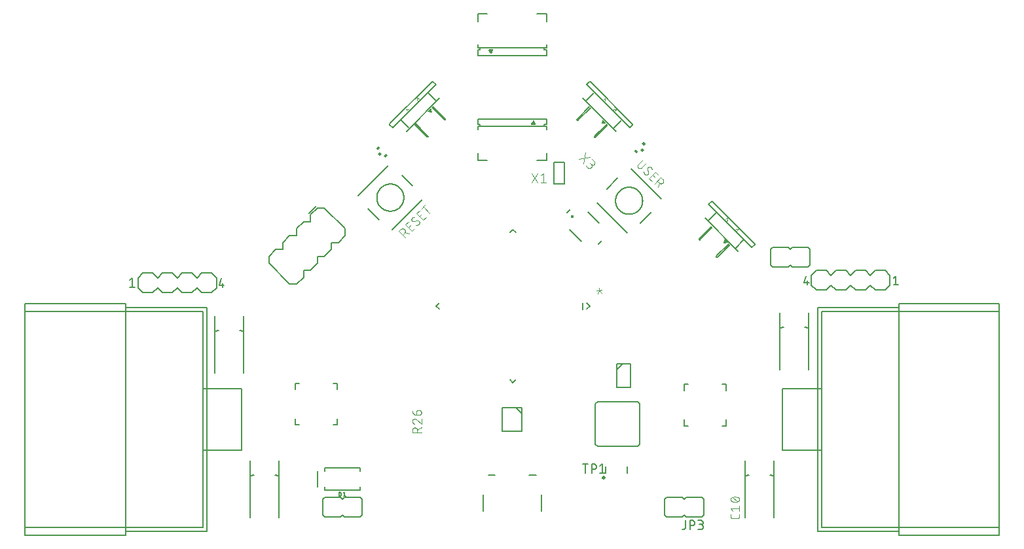
<source format=gbr>
G04 EAGLE Gerber RS-274X export*
G75*
%MOMM*%
%FSLAX34Y34*%
%LPD*%
%INSilkscreen Top*%
%IPPOS*%
%AMOC8*
5,1,8,0,0,1.08239X$1,22.5*%
G01*
%ADD10C,0.152400*%
%ADD11R,0.325000X0.425000*%
%ADD12R,0.350000X0.350000*%
%ADD13C,0.203200*%
%ADD14C,0.364000*%
%ADD15C,0.101600*%
%ADD16C,0.076200*%
%ADD17C,0.127000*%

G36*
X472615Y623105D02*
X472615Y623105D01*
X472715Y623112D01*
X472755Y623127D01*
X472798Y623133D01*
X472888Y623176D01*
X472981Y623210D01*
X473016Y623236D01*
X473055Y623254D01*
X473130Y623320D01*
X473210Y623379D01*
X473233Y623410D01*
X473269Y623441D01*
X473366Y623593D01*
X473408Y623650D01*
X475408Y627650D01*
X475411Y627658D01*
X475416Y627665D01*
X475456Y627793D01*
X475498Y627920D01*
X475499Y627928D01*
X475501Y627936D01*
X475505Y628071D01*
X475510Y628204D01*
X475508Y628212D01*
X475509Y628220D01*
X475475Y628350D01*
X475443Y628480D01*
X475439Y628487D01*
X475437Y628495D01*
X475369Y628610D01*
X475302Y628727D01*
X475296Y628733D01*
X475292Y628740D01*
X475194Y628832D01*
X475098Y628925D01*
X475090Y628928D01*
X475084Y628934D01*
X474965Y628995D01*
X474847Y629058D01*
X474839Y629060D01*
X474831Y629064D01*
X474779Y629072D01*
X474569Y629117D01*
X474531Y629114D01*
X474500Y629119D01*
X470500Y629119D01*
X470492Y629118D01*
X470483Y629119D01*
X470351Y629098D01*
X470219Y629079D01*
X470211Y629076D01*
X470202Y629075D01*
X470081Y629018D01*
X469959Y628963D01*
X469953Y628958D01*
X469945Y628954D01*
X469844Y628866D01*
X469742Y628780D01*
X469737Y628772D01*
X469731Y628767D01*
X469659Y628654D01*
X469585Y628543D01*
X469582Y628535D01*
X469577Y628528D01*
X469539Y628399D01*
X469499Y628272D01*
X469499Y628263D01*
X469496Y628255D01*
X469495Y628121D01*
X469491Y627988D01*
X469494Y627979D01*
X469494Y627971D01*
X469509Y627920D01*
X469563Y627713D01*
X469583Y627680D01*
X469592Y627650D01*
X471592Y623650D01*
X471649Y623568D01*
X471698Y623481D01*
X471729Y623451D01*
X471753Y623416D01*
X471831Y623353D01*
X471902Y623284D01*
X471940Y623263D01*
X471973Y623236D01*
X472065Y623197D01*
X472153Y623150D01*
X472195Y623141D01*
X472235Y623124D01*
X472334Y623112D01*
X472431Y623091D01*
X472474Y623094D01*
X472517Y623089D01*
X472615Y623105D01*
G37*
G36*
X529508Y530986D02*
X529508Y530986D01*
X529517Y530985D01*
X529649Y531006D01*
X529782Y531025D01*
X529789Y531028D01*
X529798Y531029D01*
X529919Y531086D01*
X530041Y531141D01*
X530047Y531146D01*
X530055Y531150D01*
X530156Y531238D01*
X530258Y531325D01*
X530263Y531332D01*
X530269Y531337D01*
X530341Y531450D01*
X530416Y531561D01*
X530418Y531569D01*
X530423Y531576D01*
X530461Y531705D01*
X530501Y531832D01*
X530502Y531841D01*
X530504Y531849D01*
X530505Y531983D01*
X530509Y532116D01*
X530506Y532125D01*
X530507Y532133D01*
X530491Y532184D01*
X530437Y532391D01*
X530417Y532424D01*
X530408Y532454D01*
X528408Y536454D01*
X528351Y536536D01*
X528302Y536623D01*
X528271Y536653D01*
X528247Y536688D01*
X528169Y536751D01*
X528098Y536821D01*
X528060Y536841D01*
X528027Y536868D01*
X527935Y536907D01*
X527847Y536954D01*
X527805Y536963D01*
X527765Y536980D01*
X527666Y536992D01*
X527569Y537013D01*
X527526Y537010D01*
X527483Y537015D01*
X527385Y537000D01*
X527285Y536992D01*
X527245Y536977D01*
X527202Y536971D01*
X527112Y536928D01*
X527019Y536894D01*
X526984Y536868D01*
X526945Y536850D01*
X526870Y536784D01*
X526790Y536725D01*
X526767Y536694D01*
X526731Y536663D01*
X526634Y536511D01*
X526592Y536454D01*
X524592Y532454D01*
X524589Y532446D01*
X524585Y532439D01*
X524544Y532311D01*
X524502Y532184D01*
X524501Y532176D01*
X524499Y532168D01*
X524495Y532033D01*
X524490Y531900D01*
X524492Y531892D01*
X524491Y531884D01*
X524525Y531754D01*
X524557Y531624D01*
X524561Y531617D01*
X524563Y531609D01*
X524631Y531494D01*
X524698Y531377D01*
X524704Y531372D01*
X524709Y531364D01*
X524806Y531272D01*
X524902Y531180D01*
X524910Y531176D01*
X524916Y531170D01*
X525035Y531109D01*
X525153Y531046D01*
X525161Y531044D01*
X525169Y531040D01*
X525221Y531032D01*
X525431Y530987D01*
X525469Y530990D01*
X525500Y530985D01*
X529500Y530985D01*
X529508Y530986D01*
G37*
G36*
X616135Y532464D02*
X616135Y532464D01*
X616237Y532463D01*
X620480Y533170D01*
X620542Y533194D01*
X620607Y533209D01*
X620637Y533230D01*
X620667Y533241D01*
X620702Y533275D01*
X620755Y533312D01*
X621108Y533665D01*
X621111Y533670D01*
X621116Y533673D01*
X621167Y533753D01*
X621219Y533832D01*
X621220Y533837D01*
X621223Y533842D01*
X621239Y533936D01*
X621257Y534029D01*
X621256Y534034D01*
X621257Y534039D01*
X621235Y534132D01*
X621215Y534225D01*
X621212Y534230D01*
X621211Y534235D01*
X621108Y534383D01*
X617573Y537918D01*
X617568Y537921D01*
X617565Y537925D01*
X617485Y537977D01*
X617406Y538029D01*
X617401Y538030D01*
X617396Y538033D01*
X617302Y538049D01*
X617209Y538067D01*
X617204Y538066D01*
X617199Y538067D01*
X617106Y538045D01*
X617013Y538025D01*
X617009Y538022D01*
X617003Y538021D01*
X616855Y537918D01*
X616502Y537565D01*
X616465Y537509D01*
X616421Y537459D01*
X616408Y537424D01*
X616391Y537398D01*
X616382Y537349D01*
X616360Y537289D01*
X615653Y533047D01*
X615656Y532959D01*
X615655Y532870D01*
X615659Y532858D01*
X615660Y532846D01*
X615697Y532766D01*
X615730Y532684D01*
X615739Y532675D01*
X615744Y532664D01*
X615809Y532604D01*
X615871Y532542D01*
X615883Y532537D01*
X615892Y532529D01*
X615975Y532499D01*
X616057Y532465D01*
X616070Y532465D01*
X616080Y532461D01*
X616135Y532464D01*
G37*
G36*
X773999Y377584D02*
X773999Y377584D01*
X774101Y377583D01*
X778344Y378290D01*
X778406Y378314D01*
X778471Y378329D01*
X778501Y378350D01*
X778531Y378361D01*
X778566Y378395D01*
X778619Y378432D01*
X778972Y378785D01*
X778975Y378790D01*
X778980Y378793D01*
X779031Y378873D01*
X779083Y378952D01*
X779084Y378957D01*
X779087Y378962D01*
X779103Y379056D01*
X779121Y379149D01*
X779120Y379154D01*
X779121Y379159D01*
X779099Y379252D01*
X779079Y379345D01*
X779076Y379350D01*
X779075Y379355D01*
X778972Y379503D01*
X775437Y383038D01*
X775432Y383041D01*
X775429Y383045D01*
X775349Y383097D01*
X775270Y383149D01*
X775265Y383150D01*
X775260Y383153D01*
X775166Y383169D01*
X775073Y383187D01*
X775068Y383186D01*
X775063Y383187D01*
X774970Y383165D01*
X774877Y383145D01*
X774873Y383142D01*
X774867Y383141D01*
X774719Y383038D01*
X774366Y382685D01*
X774329Y382629D01*
X774285Y382579D01*
X774272Y382544D01*
X774255Y382518D01*
X774246Y382469D01*
X774224Y382409D01*
X773517Y378167D01*
X773520Y378079D01*
X773519Y377990D01*
X773523Y377978D01*
X773524Y377966D01*
X773561Y377886D01*
X773594Y377804D01*
X773603Y377795D01*
X773608Y377784D01*
X773673Y377724D01*
X773735Y377662D01*
X773747Y377657D01*
X773756Y377649D01*
X773839Y377619D01*
X773921Y377585D01*
X773934Y377585D01*
X773944Y377581D01*
X773999Y377584D01*
G37*
G36*
X395721Y546992D02*
X395721Y546992D01*
X395810Y546991D01*
X395822Y546995D01*
X395834Y546996D01*
X395914Y547033D01*
X395996Y547066D01*
X396005Y547075D01*
X396016Y547080D01*
X396076Y547145D01*
X396138Y547207D01*
X396143Y547219D01*
X396151Y547228D01*
X396181Y547311D01*
X396215Y547393D01*
X396215Y547406D01*
X396219Y547416D01*
X396216Y547471D01*
X396217Y547573D01*
X395510Y551816D01*
X395486Y551878D01*
X395471Y551943D01*
X395450Y551973D01*
X395439Y552003D01*
X395405Y552038D01*
X395368Y552091D01*
X395015Y552444D01*
X395010Y552447D01*
X395007Y552452D01*
X394927Y552503D01*
X394848Y552555D01*
X394843Y552556D01*
X394838Y552559D01*
X394745Y552575D01*
X394651Y552593D01*
X394646Y552592D01*
X394641Y552593D01*
X394548Y552571D01*
X394455Y552551D01*
X394451Y552548D01*
X394445Y552547D01*
X394297Y552444D01*
X390762Y548909D01*
X390759Y548904D01*
X390755Y548901D01*
X390703Y548821D01*
X390651Y548742D01*
X390650Y548737D01*
X390647Y548732D01*
X390631Y548638D01*
X390613Y548545D01*
X390614Y548540D01*
X390613Y548535D01*
X390635Y548442D01*
X390655Y548349D01*
X390658Y548345D01*
X390659Y548339D01*
X390762Y548191D01*
X391115Y547838D01*
X391171Y547801D01*
X391221Y547757D01*
X391256Y547744D01*
X391282Y547727D01*
X391331Y547718D01*
X391391Y547696D01*
X395633Y546989D01*
X395721Y546992D01*
G37*
D10*
X280776Y26604D02*
X278236Y24064D01*
X280776Y26604D02*
X283316Y24064D01*
X280776Y46924D02*
X278236Y49464D01*
X280776Y46924D02*
X283316Y49464D01*
X303636Y49464D01*
X306176Y46924D01*
X257916Y49464D02*
X255376Y46924D01*
X257916Y49464D02*
X278236Y49464D01*
X255376Y46924D02*
X255376Y26604D01*
X257916Y24064D01*
X278236Y24064D01*
X283316Y24064D02*
X303636Y24064D01*
X306176Y26604D01*
X306176Y46924D01*
D11*
G36*
X663306Y496785D02*
X661008Y494487D01*
X658004Y497491D01*
X660302Y499789D01*
X663306Y496785D01*
G37*
G36*
X673029Y506508D02*
X670731Y504210D01*
X667727Y507214D01*
X670025Y509512D01*
X673029Y506508D01*
G37*
D12*
G36*
X670731Y499259D02*
X668257Y496785D01*
X665783Y499259D01*
X668257Y501733D01*
X670731Y499259D01*
G37*
D11*
G36*
X326181Y498640D02*
X323883Y500938D01*
X326887Y503942D01*
X329185Y501644D01*
X326181Y498640D01*
G37*
G36*
X335904Y488917D02*
X333606Y491215D01*
X336610Y494219D01*
X338908Y491921D01*
X335904Y488917D01*
G37*
D12*
G36*
X328655Y491215D02*
X326181Y493689D01*
X328655Y496163D01*
X331129Y493689D01*
X328655Y491215D01*
G37*
D13*
X597795Y418660D02*
X612644Y403811D01*
X616179Y381183D02*
X611937Y376941D01*
X589309Y380476D02*
X574460Y395325D01*
X570925Y417953D02*
X575167Y422195D01*
D14*
X577642Y412649D03*
D10*
X567558Y483242D02*
X554350Y483242D01*
X567558Y483242D02*
X567558Y454794D01*
X554350Y454794D01*
X554350Y483242D01*
D13*
X383962Y434677D02*
X345071Y395786D01*
X327747Y408161D02*
X313605Y422303D01*
X301230Y439627D02*
X340121Y478518D01*
X357445Y466143D02*
X371587Y452001D01*
X325096Y437152D02*
X325101Y437581D01*
X325117Y438011D01*
X325143Y438439D01*
X325180Y438867D01*
X325228Y439294D01*
X325285Y439720D01*
X325354Y440144D01*
X325432Y440566D01*
X325521Y440986D01*
X325620Y441404D01*
X325730Y441819D01*
X325850Y442232D01*
X325979Y442641D01*
X326119Y443048D01*
X326269Y443450D01*
X326428Y443849D01*
X326597Y444244D01*
X326776Y444634D01*
X326965Y445020D01*
X327162Y445401D01*
X327369Y445778D01*
X327586Y446149D01*
X327811Y446514D01*
X328045Y446874D01*
X328288Y447229D01*
X328540Y447577D01*
X328800Y447919D01*
X329068Y448254D01*
X329345Y448583D01*
X329629Y448904D01*
X329922Y449219D01*
X330222Y449526D01*
X330529Y449826D01*
X330844Y450119D01*
X331165Y450403D01*
X331494Y450680D01*
X331829Y450948D01*
X332171Y451208D01*
X332519Y451460D01*
X332874Y451703D01*
X333234Y451937D01*
X333599Y452162D01*
X333970Y452379D01*
X334347Y452586D01*
X334728Y452783D01*
X335114Y452972D01*
X335504Y453151D01*
X335899Y453320D01*
X336298Y453479D01*
X336700Y453629D01*
X337107Y453769D01*
X337516Y453898D01*
X337929Y454018D01*
X338344Y454128D01*
X338762Y454227D01*
X339182Y454316D01*
X339604Y454394D01*
X340028Y454463D01*
X340454Y454520D01*
X340881Y454568D01*
X341309Y454605D01*
X341737Y454631D01*
X342167Y454647D01*
X342596Y454652D01*
X343025Y454647D01*
X343455Y454631D01*
X343883Y454605D01*
X344311Y454568D01*
X344738Y454520D01*
X345164Y454463D01*
X345588Y454394D01*
X346010Y454316D01*
X346430Y454227D01*
X346848Y454128D01*
X347263Y454018D01*
X347676Y453898D01*
X348085Y453769D01*
X348492Y453629D01*
X348894Y453479D01*
X349293Y453320D01*
X349688Y453151D01*
X350078Y452972D01*
X350464Y452783D01*
X350845Y452586D01*
X351222Y452379D01*
X351593Y452162D01*
X351958Y451937D01*
X352318Y451703D01*
X352673Y451460D01*
X353021Y451208D01*
X353363Y450948D01*
X353698Y450680D01*
X354027Y450403D01*
X354348Y450119D01*
X354663Y449826D01*
X354970Y449526D01*
X355270Y449219D01*
X355563Y448904D01*
X355847Y448583D01*
X356124Y448254D01*
X356392Y447919D01*
X356652Y447577D01*
X356904Y447229D01*
X357147Y446874D01*
X357381Y446514D01*
X357606Y446149D01*
X357823Y445778D01*
X358030Y445401D01*
X358227Y445020D01*
X358416Y444634D01*
X358595Y444244D01*
X358764Y443849D01*
X358923Y443450D01*
X359073Y443048D01*
X359213Y442641D01*
X359342Y442232D01*
X359462Y441819D01*
X359572Y441404D01*
X359671Y440986D01*
X359760Y440566D01*
X359838Y440144D01*
X359907Y439720D01*
X359964Y439294D01*
X360012Y438867D01*
X360049Y438439D01*
X360075Y438011D01*
X360091Y437581D01*
X360096Y437152D01*
X360091Y436723D01*
X360075Y436293D01*
X360049Y435865D01*
X360012Y435437D01*
X359964Y435010D01*
X359907Y434584D01*
X359838Y434160D01*
X359760Y433738D01*
X359671Y433318D01*
X359572Y432900D01*
X359462Y432485D01*
X359342Y432072D01*
X359213Y431663D01*
X359073Y431256D01*
X358923Y430854D01*
X358764Y430455D01*
X358595Y430060D01*
X358416Y429670D01*
X358227Y429284D01*
X358030Y428903D01*
X357823Y428526D01*
X357606Y428155D01*
X357381Y427790D01*
X357147Y427430D01*
X356904Y427075D01*
X356652Y426727D01*
X356392Y426385D01*
X356124Y426050D01*
X355847Y425721D01*
X355563Y425400D01*
X355270Y425085D01*
X354970Y424778D01*
X354663Y424478D01*
X354348Y424185D01*
X354027Y423901D01*
X353698Y423624D01*
X353363Y423356D01*
X353021Y423096D01*
X352673Y422844D01*
X352318Y422601D01*
X351958Y422367D01*
X351593Y422142D01*
X351222Y421925D01*
X350845Y421718D01*
X350464Y421521D01*
X350078Y421332D01*
X349688Y421153D01*
X349293Y420984D01*
X348894Y420825D01*
X348492Y420675D01*
X348085Y420535D01*
X347676Y420406D01*
X347263Y420286D01*
X346848Y420176D01*
X346430Y420077D01*
X346010Y419988D01*
X345588Y419910D01*
X345164Y419841D01*
X344738Y419784D01*
X344311Y419736D01*
X343883Y419699D01*
X343455Y419673D01*
X343025Y419657D01*
X342596Y419652D01*
X342167Y419657D01*
X341737Y419673D01*
X341309Y419699D01*
X340881Y419736D01*
X340454Y419784D01*
X340028Y419841D01*
X339604Y419910D01*
X339182Y419988D01*
X338762Y420077D01*
X338344Y420176D01*
X337929Y420286D01*
X337516Y420406D01*
X337107Y420535D01*
X336700Y420675D01*
X336298Y420825D01*
X335899Y420984D01*
X335504Y421153D01*
X335114Y421332D01*
X334728Y421521D01*
X334347Y421718D01*
X333970Y421925D01*
X333599Y422142D01*
X333234Y422367D01*
X332874Y422601D01*
X332519Y422844D01*
X332171Y423096D01*
X331829Y423356D01*
X331494Y423624D01*
X331165Y423901D01*
X330844Y424185D01*
X330529Y424478D01*
X330222Y424778D01*
X329922Y425085D01*
X329629Y425400D01*
X329345Y425721D01*
X329068Y426050D01*
X328800Y426385D01*
X328540Y426727D01*
X328288Y427075D01*
X328045Y427430D01*
X327811Y427790D01*
X327586Y428155D01*
X327369Y428526D01*
X327162Y428903D01*
X326965Y429284D01*
X326776Y429670D01*
X326597Y430060D01*
X326428Y430455D01*
X326269Y430854D01*
X326119Y431256D01*
X325979Y431663D01*
X325850Y432072D01*
X325730Y432485D01*
X325620Y432900D01*
X325521Y433318D01*
X325432Y433738D01*
X325354Y434160D01*
X325285Y434584D01*
X325228Y435010D01*
X325180Y435437D01*
X325143Y435865D01*
X325117Y436293D01*
X325101Y436723D01*
X325096Y437152D01*
D15*
X353863Y393819D02*
X362125Y385558D01*
X353863Y393819D02*
X356158Y396114D01*
X356239Y396193D01*
X356323Y396269D01*
X356410Y396342D01*
X356500Y396411D01*
X356591Y396478D01*
X356685Y396541D01*
X356781Y396601D01*
X356879Y396658D01*
X356979Y396711D01*
X357081Y396761D01*
X357185Y396807D01*
X357290Y396849D01*
X357396Y396888D01*
X357504Y396923D01*
X357613Y396954D01*
X357723Y396982D01*
X357834Y397005D01*
X357945Y397025D01*
X358057Y397041D01*
X358170Y397053D01*
X358283Y397061D01*
X358396Y397065D01*
X358510Y397065D01*
X358623Y397061D01*
X358736Y397053D01*
X358849Y397041D01*
X358961Y397025D01*
X359072Y397005D01*
X359183Y396982D01*
X359293Y396954D01*
X359402Y396923D01*
X359510Y396888D01*
X359616Y396849D01*
X359721Y396807D01*
X359825Y396761D01*
X359927Y396711D01*
X360027Y396658D01*
X360125Y396601D01*
X360221Y396541D01*
X360315Y396478D01*
X360406Y396411D01*
X360496Y396342D01*
X360583Y396269D01*
X360667Y396193D01*
X360748Y396114D01*
X360827Y396033D01*
X360903Y395949D01*
X360976Y395862D01*
X361045Y395772D01*
X361112Y395681D01*
X361175Y395587D01*
X361235Y395491D01*
X361292Y395393D01*
X361345Y395293D01*
X361395Y395191D01*
X361441Y395087D01*
X361483Y394982D01*
X361522Y394876D01*
X361557Y394768D01*
X361588Y394659D01*
X361616Y394549D01*
X361639Y394438D01*
X361659Y394327D01*
X361675Y394215D01*
X361687Y394102D01*
X361695Y393989D01*
X361699Y393876D01*
X361699Y393762D01*
X361695Y393649D01*
X361687Y393536D01*
X361675Y393423D01*
X361659Y393311D01*
X361639Y393200D01*
X361616Y393089D01*
X361588Y392979D01*
X361557Y392870D01*
X361522Y392762D01*
X361483Y392656D01*
X361441Y392551D01*
X361395Y392447D01*
X361345Y392345D01*
X361292Y392245D01*
X361235Y392147D01*
X361175Y392051D01*
X361112Y391957D01*
X361045Y391866D01*
X360976Y391776D01*
X360903Y391689D01*
X360827Y391605D01*
X360748Y391524D01*
X358453Y389230D01*
X361207Y391983D02*
X366715Y390148D01*
X370441Y393873D02*
X374113Y397545D01*
X370441Y393873D02*
X362179Y402135D01*
X365851Y405807D01*
X368605Y401217D02*
X365851Y398463D01*
X379645Y403077D02*
X379714Y403149D01*
X379780Y403223D01*
X379843Y403300D01*
X379903Y403379D01*
X379961Y403460D01*
X380015Y403544D01*
X380065Y403629D01*
X380113Y403717D01*
X380157Y403806D01*
X380198Y403897D01*
X380235Y403989D01*
X380269Y404082D01*
X380299Y404177D01*
X380325Y404273D01*
X380348Y404370D01*
X380367Y404468D01*
X380382Y404566D01*
X380393Y404665D01*
X380401Y404764D01*
X380405Y404863D01*
X380405Y404963D01*
X380401Y405062D01*
X380393Y405161D01*
X380382Y405260D01*
X380367Y405358D01*
X380348Y405456D01*
X380325Y405553D01*
X380299Y405649D01*
X380269Y405744D01*
X380235Y405837D01*
X380198Y405929D01*
X380157Y406020D01*
X380113Y406109D01*
X380065Y406197D01*
X380015Y406282D01*
X379961Y406366D01*
X379903Y406447D01*
X379843Y406526D01*
X379780Y406603D01*
X379714Y406677D01*
X379645Y406749D01*
X379644Y403077D02*
X379541Y402977D01*
X379435Y402879D01*
X379326Y402784D01*
X379215Y402691D01*
X379102Y402602D01*
X378986Y402516D01*
X378868Y402433D01*
X378748Y402353D01*
X378626Y402276D01*
X378502Y402202D01*
X378376Y402132D01*
X378248Y402065D01*
X378118Y402001D01*
X377987Y401941D01*
X377854Y401884D01*
X377720Y401831D01*
X377585Y401781D01*
X377448Y401735D01*
X377310Y401693D01*
X377171Y401654D01*
X377031Y401619D01*
X376890Y401587D01*
X376748Y401560D01*
X376606Y401536D01*
X376463Y401515D01*
X376320Y401499D01*
X376176Y401486D01*
X376032Y401477D01*
X375888Y401472D01*
X375743Y401471D01*
X370694Y406978D02*
X370625Y407050D01*
X370559Y407124D01*
X370496Y407201D01*
X370436Y407280D01*
X370378Y407361D01*
X370324Y407445D01*
X370274Y407530D01*
X370226Y407618D01*
X370182Y407707D01*
X370141Y407798D01*
X370104Y407890D01*
X370070Y407983D01*
X370040Y408078D01*
X370014Y408174D01*
X369991Y408271D01*
X369972Y408369D01*
X369957Y408467D01*
X369946Y408566D01*
X369938Y408665D01*
X369934Y408764D01*
X369934Y408864D01*
X369938Y408963D01*
X369946Y409062D01*
X369957Y409161D01*
X369972Y409259D01*
X369991Y409357D01*
X370014Y409454D01*
X370040Y409550D01*
X370070Y409645D01*
X370104Y409738D01*
X370141Y409830D01*
X370182Y409921D01*
X370226Y410010D01*
X370274Y410098D01*
X370324Y410183D01*
X370378Y410267D01*
X370436Y410348D01*
X370496Y410427D01*
X370559Y410504D01*
X370625Y410578D01*
X370694Y410650D01*
X370792Y410745D01*
X370892Y410837D01*
X370995Y410927D01*
X371100Y411013D01*
X371208Y411096D01*
X371318Y411177D01*
X371430Y411254D01*
X371544Y411328D01*
X371661Y411399D01*
X371779Y411467D01*
X371899Y411531D01*
X372021Y411592D01*
X372144Y411649D01*
X372269Y411703D01*
X372396Y411754D01*
X372524Y411801D01*
X372653Y411844D01*
X372783Y411884D01*
X372914Y411920D01*
X373047Y411952D01*
X373180Y411981D01*
X373314Y412006D01*
X373448Y412027D01*
X373219Y406290D02*
X373120Y406266D01*
X373021Y406247D01*
X372921Y406231D01*
X372820Y406219D01*
X372719Y406211D01*
X372617Y406207D01*
X372516Y406206D01*
X372415Y406210D01*
X372314Y406217D01*
X372213Y406229D01*
X372113Y406244D01*
X372013Y406263D01*
X371914Y406286D01*
X371816Y406313D01*
X371720Y406343D01*
X371624Y406377D01*
X371530Y406415D01*
X371437Y406456D01*
X371347Y406501D01*
X371257Y406550D01*
X371170Y406601D01*
X371085Y406656D01*
X371002Y406715D01*
X370921Y406776D01*
X370843Y406841D01*
X370767Y406908D01*
X370694Y406978D01*
X377120Y407437D02*
X377219Y407461D01*
X377318Y407480D01*
X377418Y407496D01*
X377519Y407508D01*
X377620Y407516D01*
X377722Y407520D01*
X377823Y407521D01*
X377924Y407517D01*
X378025Y407510D01*
X378126Y407498D01*
X378226Y407483D01*
X378326Y407464D01*
X378425Y407441D01*
X378523Y407414D01*
X378619Y407384D01*
X378715Y407350D01*
X378809Y407312D01*
X378902Y407271D01*
X378992Y407226D01*
X379082Y407177D01*
X379169Y407126D01*
X379254Y407071D01*
X379337Y407012D01*
X379418Y406951D01*
X379496Y406886D01*
X379572Y406819D01*
X379645Y406749D01*
X377120Y407437D02*
X373219Y406290D01*
X384989Y408421D02*
X388661Y412093D01*
X384989Y408421D02*
X376727Y416683D01*
X380399Y420355D01*
X383153Y415765D02*
X380399Y413011D01*
X385202Y425158D02*
X393464Y416896D01*
X382907Y422863D02*
X387497Y427453D01*
D10*
X596373Y292891D02*
X600324Y296842D01*
X501182Y197700D02*
X497231Y201651D01*
X402040Y296842D02*
X405991Y300793D01*
X591164Y300973D02*
X591164Y292711D01*
X497231Y392033D02*
X501182Y395984D01*
X402040Y296842D02*
X405991Y292891D01*
X501182Y197700D02*
X505133Y201651D01*
X600324Y296842D02*
X596373Y300793D01*
X505133Y392033D02*
X501182Y395984D01*
D16*
X612702Y316484D02*
X615516Y313670D01*
X612702Y316484D02*
X608950Y316953D01*
X612702Y316484D02*
X612233Y320236D01*
X612702Y316484D02*
X611060Y312966D01*
X612702Y316484D02*
X616219Y318125D01*
D13*
X692698Y435615D02*
X653807Y474506D01*
X680323Y418291D02*
X666181Y404149D01*
X648857Y391774D02*
X609966Y430665D01*
X622341Y447989D02*
X636483Y462131D01*
X633832Y433140D02*
X633837Y433569D01*
X633853Y433999D01*
X633879Y434427D01*
X633916Y434855D01*
X633964Y435282D01*
X634021Y435708D01*
X634090Y436132D01*
X634168Y436554D01*
X634257Y436974D01*
X634356Y437392D01*
X634466Y437807D01*
X634586Y438220D01*
X634715Y438629D01*
X634855Y439036D01*
X635005Y439438D01*
X635164Y439837D01*
X635333Y440232D01*
X635512Y440622D01*
X635701Y441008D01*
X635898Y441389D01*
X636105Y441766D01*
X636322Y442137D01*
X636547Y442502D01*
X636781Y442862D01*
X637024Y443217D01*
X637276Y443565D01*
X637536Y443907D01*
X637804Y444242D01*
X638081Y444571D01*
X638365Y444892D01*
X638658Y445207D01*
X638958Y445514D01*
X639265Y445814D01*
X639580Y446107D01*
X639901Y446391D01*
X640230Y446668D01*
X640565Y446936D01*
X640907Y447196D01*
X641255Y447448D01*
X641610Y447691D01*
X641970Y447925D01*
X642335Y448150D01*
X642706Y448367D01*
X643083Y448574D01*
X643464Y448771D01*
X643850Y448960D01*
X644240Y449139D01*
X644635Y449308D01*
X645034Y449467D01*
X645436Y449617D01*
X645843Y449757D01*
X646252Y449886D01*
X646665Y450006D01*
X647080Y450116D01*
X647498Y450215D01*
X647918Y450304D01*
X648340Y450382D01*
X648764Y450451D01*
X649190Y450508D01*
X649617Y450556D01*
X650045Y450593D01*
X650473Y450619D01*
X650903Y450635D01*
X651332Y450640D01*
X651761Y450635D01*
X652191Y450619D01*
X652619Y450593D01*
X653047Y450556D01*
X653474Y450508D01*
X653900Y450451D01*
X654324Y450382D01*
X654746Y450304D01*
X655166Y450215D01*
X655584Y450116D01*
X655999Y450006D01*
X656412Y449886D01*
X656821Y449757D01*
X657228Y449617D01*
X657630Y449467D01*
X658029Y449308D01*
X658424Y449139D01*
X658814Y448960D01*
X659200Y448771D01*
X659581Y448574D01*
X659958Y448367D01*
X660329Y448150D01*
X660694Y447925D01*
X661054Y447691D01*
X661409Y447448D01*
X661757Y447196D01*
X662099Y446936D01*
X662434Y446668D01*
X662763Y446391D01*
X663084Y446107D01*
X663399Y445814D01*
X663706Y445514D01*
X664006Y445207D01*
X664299Y444892D01*
X664583Y444571D01*
X664860Y444242D01*
X665128Y443907D01*
X665388Y443565D01*
X665640Y443217D01*
X665883Y442862D01*
X666117Y442502D01*
X666342Y442137D01*
X666559Y441766D01*
X666766Y441389D01*
X666963Y441008D01*
X667152Y440622D01*
X667331Y440232D01*
X667500Y439837D01*
X667659Y439438D01*
X667809Y439036D01*
X667949Y438629D01*
X668078Y438220D01*
X668198Y437807D01*
X668308Y437392D01*
X668407Y436974D01*
X668496Y436554D01*
X668574Y436132D01*
X668643Y435708D01*
X668700Y435282D01*
X668748Y434855D01*
X668785Y434427D01*
X668811Y433999D01*
X668827Y433569D01*
X668832Y433140D01*
X668827Y432711D01*
X668811Y432281D01*
X668785Y431853D01*
X668748Y431425D01*
X668700Y430998D01*
X668643Y430572D01*
X668574Y430148D01*
X668496Y429726D01*
X668407Y429306D01*
X668308Y428888D01*
X668198Y428473D01*
X668078Y428060D01*
X667949Y427651D01*
X667809Y427244D01*
X667659Y426842D01*
X667500Y426443D01*
X667331Y426048D01*
X667152Y425658D01*
X666963Y425272D01*
X666766Y424891D01*
X666559Y424514D01*
X666342Y424143D01*
X666117Y423778D01*
X665883Y423418D01*
X665640Y423063D01*
X665388Y422715D01*
X665128Y422373D01*
X664860Y422038D01*
X664583Y421709D01*
X664299Y421388D01*
X664006Y421073D01*
X663706Y420766D01*
X663399Y420466D01*
X663084Y420173D01*
X662763Y419889D01*
X662434Y419612D01*
X662099Y419344D01*
X661757Y419084D01*
X661409Y418832D01*
X661054Y418589D01*
X660694Y418355D01*
X660329Y418130D01*
X659958Y417913D01*
X659581Y417706D01*
X659200Y417509D01*
X658814Y417320D01*
X658424Y417141D01*
X658029Y416972D01*
X657630Y416813D01*
X657228Y416663D01*
X656821Y416523D01*
X656412Y416394D01*
X655999Y416274D01*
X655584Y416164D01*
X655166Y416065D01*
X654746Y415976D01*
X654324Y415898D01*
X653900Y415829D01*
X653474Y415772D01*
X653047Y415724D01*
X652619Y415687D01*
X652191Y415661D01*
X651761Y415645D01*
X651332Y415640D01*
X650903Y415645D01*
X650473Y415661D01*
X650045Y415687D01*
X649617Y415724D01*
X649190Y415772D01*
X648764Y415829D01*
X648340Y415898D01*
X647918Y415976D01*
X647498Y416065D01*
X647080Y416164D01*
X646665Y416274D01*
X646252Y416394D01*
X645843Y416523D01*
X645436Y416663D01*
X645034Y416813D01*
X644635Y416972D01*
X644240Y417141D01*
X643850Y417320D01*
X643464Y417509D01*
X643083Y417706D01*
X642706Y417913D01*
X642335Y418130D01*
X641970Y418355D01*
X641610Y418589D01*
X641255Y418832D01*
X640907Y419084D01*
X640565Y419344D01*
X640230Y419612D01*
X639901Y419889D01*
X639580Y420173D01*
X639265Y420466D01*
X638958Y420766D01*
X638658Y421073D01*
X638365Y421388D01*
X638081Y421709D01*
X637804Y422038D01*
X637536Y422373D01*
X637276Y422715D01*
X637024Y423063D01*
X636781Y423418D01*
X636547Y423778D01*
X636322Y424143D01*
X636105Y424514D01*
X635898Y424891D01*
X635701Y425272D01*
X635512Y425658D01*
X635333Y426048D01*
X635164Y426443D01*
X635005Y426842D01*
X634855Y427244D01*
X634715Y427651D01*
X634586Y428060D01*
X634466Y428473D01*
X634356Y428888D01*
X634257Y429306D01*
X634168Y429726D01*
X634090Y430148D01*
X634021Y430572D01*
X633964Y430998D01*
X633916Y431425D01*
X633879Y431853D01*
X633853Y432281D01*
X633837Y432711D01*
X633832Y433140D01*
D15*
X663326Y480336D02*
X669292Y486303D01*
X663325Y480336D02*
X663246Y480255D01*
X663170Y480171D01*
X663097Y480084D01*
X663028Y479994D01*
X662961Y479903D01*
X662898Y479809D01*
X662838Y479713D01*
X662781Y479615D01*
X662728Y479515D01*
X662678Y479413D01*
X662632Y479309D01*
X662590Y479204D01*
X662551Y479098D01*
X662516Y478990D01*
X662485Y478881D01*
X662457Y478771D01*
X662434Y478660D01*
X662414Y478549D01*
X662398Y478437D01*
X662386Y478324D01*
X662378Y478211D01*
X662374Y478098D01*
X662374Y477984D01*
X662378Y477871D01*
X662386Y477758D01*
X662398Y477645D01*
X662414Y477533D01*
X662434Y477422D01*
X662457Y477311D01*
X662485Y477201D01*
X662516Y477092D01*
X662551Y476984D01*
X662590Y476878D01*
X662632Y476773D01*
X662678Y476669D01*
X662728Y476567D01*
X662781Y476467D01*
X662838Y476369D01*
X662898Y476273D01*
X662961Y476179D01*
X663028Y476088D01*
X663097Y475998D01*
X663170Y475911D01*
X663246Y475827D01*
X663325Y475746D01*
X663406Y475667D01*
X663490Y475591D01*
X663577Y475518D01*
X663667Y475449D01*
X663758Y475382D01*
X663852Y475319D01*
X663948Y475259D01*
X664046Y475202D01*
X664146Y475149D01*
X664248Y475099D01*
X664352Y475053D01*
X664457Y475011D01*
X664563Y474972D01*
X664671Y474937D01*
X664780Y474906D01*
X664890Y474878D01*
X665001Y474855D01*
X665112Y474835D01*
X665224Y474819D01*
X665337Y474807D01*
X665450Y474799D01*
X665563Y474795D01*
X665677Y474795D01*
X665790Y474799D01*
X665903Y474807D01*
X666016Y474819D01*
X666128Y474835D01*
X666239Y474855D01*
X666350Y474878D01*
X666460Y474906D01*
X666569Y474937D01*
X666677Y474972D01*
X666783Y475011D01*
X666888Y475053D01*
X666992Y475099D01*
X667094Y475149D01*
X667194Y475202D01*
X667292Y475259D01*
X667388Y475319D01*
X667482Y475382D01*
X667574Y475449D01*
X667663Y475518D01*
X667750Y475591D01*
X667834Y475667D01*
X667915Y475746D01*
X673882Y481713D01*
X675539Y467205D02*
X675467Y467136D01*
X675393Y467070D01*
X675316Y467007D01*
X675237Y466947D01*
X675156Y466889D01*
X675072Y466835D01*
X674987Y466785D01*
X674899Y466737D01*
X674810Y466693D01*
X674719Y466652D01*
X674627Y466615D01*
X674534Y466581D01*
X674439Y466551D01*
X674343Y466525D01*
X674246Y466502D01*
X674148Y466483D01*
X674050Y466468D01*
X673951Y466457D01*
X673852Y466449D01*
X673753Y466445D01*
X673653Y466445D01*
X673554Y466449D01*
X673455Y466457D01*
X673356Y466468D01*
X673258Y466483D01*
X673160Y466502D01*
X673063Y466525D01*
X672967Y466551D01*
X672872Y466581D01*
X672779Y466615D01*
X672687Y466652D01*
X672596Y466693D01*
X672507Y466737D01*
X672419Y466785D01*
X672334Y466835D01*
X672250Y466889D01*
X672169Y466947D01*
X672090Y467007D01*
X672013Y467070D01*
X671939Y467136D01*
X671867Y467205D01*
X671867Y467206D02*
X671767Y467309D01*
X671669Y467415D01*
X671574Y467524D01*
X671481Y467635D01*
X671392Y467748D01*
X671306Y467864D01*
X671223Y467982D01*
X671143Y468102D01*
X671066Y468224D01*
X670992Y468348D01*
X670922Y468474D01*
X670855Y468602D01*
X670791Y468732D01*
X670731Y468863D01*
X670674Y468996D01*
X670621Y469130D01*
X670571Y469265D01*
X670525Y469402D01*
X670483Y469540D01*
X670444Y469679D01*
X670409Y469819D01*
X670377Y469960D01*
X670350Y470102D01*
X670326Y470244D01*
X670305Y470387D01*
X670289Y470530D01*
X670276Y470674D01*
X670267Y470818D01*
X670262Y470962D01*
X670261Y471107D01*
X675768Y476156D02*
X675840Y476225D01*
X675914Y476291D01*
X675991Y476354D01*
X676070Y476414D01*
X676151Y476472D01*
X676235Y476526D01*
X676320Y476576D01*
X676408Y476624D01*
X676497Y476668D01*
X676588Y476709D01*
X676680Y476746D01*
X676773Y476780D01*
X676868Y476810D01*
X676964Y476836D01*
X677061Y476859D01*
X677159Y476878D01*
X677257Y476893D01*
X677356Y476904D01*
X677455Y476912D01*
X677554Y476916D01*
X677654Y476916D01*
X677753Y476912D01*
X677852Y476904D01*
X677951Y476893D01*
X678049Y476878D01*
X678147Y476859D01*
X678244Y476836D01*
X678340Y476810D01*
X678435Y476780D01*
X678528Y476746D01*
X678620Y476709D01*
X678711Y476668D01*
X678800Y476624D01*
X678888Y476576D01*
X678973Y476526D01*
X679057Y476472D01*
X679138Y476414D01*
X679217Y476354D01*
X679294Y476291D01*
X679368Y476225D01*
X679440Y476156D01*
X679535Y476058D01*
X679627Y475958D01*
X679717Y475855D01*
X679803Y475750D01*
X679886Y475642D01*
X679967Y475532D01*
X680044Y475420D01*
X680118Y475306D01*
X680189Y475189D01*
X680257Y475071D01*
X680321Y474951D01*
X680382Y474829D01*
X680439Y474706D01*
X680493Y474581D01*
X680544Y474454D01*
X680591Y474326D01*
X680634Y474197D01*
X680674Y474067D01*
X680710Y473936D01*
X680742Y473803D01*
X680771Y473670D01*
X680796Y473536D01*
X680817Y473402D01*
X675080Y473631D02*
X675056Y473730D01*
X675037Y473829D01*
X675021Y473929D01*
X675009Y474030D01*
X675001Y474131D01*
X674997Y474233D01*
X674996Y474334D01*
X675000Y474435D01*
X675007Y474536D01*
X675019Y474637D01*
X675034Y474737D01*
X675053Y474837D01*
X675076Y474936D01*
X675103Y475034D01*
X675133Y475130D01*
X675167Y475226D01*
X675205Y475320D01*
X675246Y475413D01*
X675291Y475503D01*
X675340Y475593D01*
X675391Y475680D01*
X675446Y475765D01*
X675505Y475848D01*
X675566Y475929D01*
X675631Y476007D01*
X675698Y476083D01*
X675768Y476156D01*
X676227Y469730D02*
X676251Y469631D01*
X676270Y469532D01*
X676286Y469432D01*
X676298Y469331D01*
X676306Y469230D01*
X676310Y469128D01*
X676311Y469027D01*
X676307Y468926D01*
X676300Y468825D01*
X676288Y468724D01*
X676273Y468624D01*
X676254Y468524D01*
X676231Y468425D01*
X676204Y468327D01*
X676174Y468231D01*
X676140Y468135D01*
X676102Y468041D01*
X676061Y467948D01*
X676016Y467858D01*
X675967Y467768D01*
X675916Y467681D01*
X675861Y467596D01*
X675802Y467513D01*
X675741Y467432D01*
X675676Y467354D01*
X675609Y467278D01*
X675539Y467205D01*
X676227Y469730D02*
X675080Y473631D01*
X677211Y461861D02*
X680883Y458189D01*
X677211Y461861D02*
X685473Y470123D01*
X689145Y466451D01*
X684555Y463697D02*
X681801Y466451D01*
X692513Y463082D02*
X684252Y454820D01*
X692513Y463082D02*
X694808Y460787D01*
X694887Y460706D01*
X694963Y460622D01*
X695036Y460535D01*
X695105Y460445D01*
X695172Y460354D01*
X695235Y460260D01*
X695295Y460164D01*
X695352Y460066D01*
X695405Y459966D01*
X695455Y459864D01*
X695501Y459760D01*
X695543Y459655D01*
X695582Y459549D01*
X695617Y459441D01*
X695648Y459332D01*
X695676Y459222D01*
X695699Y459111D01*
X695719Y459000D01*
X695735Y458888D01*
X695747Y458775D01*
X695755Y458662D01*
X695759Y458549D01*
X695759Y458435D01*
X695755Y458322D01*
X695747Y458209D01*
X695735Y458096D01*
X695719Y457984D01*
X695699Y457873D01*
X695676Y457762D01*
X695648Y457652D01*
X695617Y457543D01*
X695582Y457435D01*
X695543Y457329D01*
X695501Y457224D01*
X695455Y457120D01*
X695405Y457018D01*
X695352Y456918D01*
X695295Y456820D01*
X695235Y456724D01*
X695172Y456630D01*
X695105Y456539D01*
X695036Y456449D01*
X694963Y456362D01*
X694887Y456278D01*
X694808Y456197D01*
X694727Y456118D01*
X694643Y456042D01*
X694556Y455969D01*
X694466Y455900D01*
X694375Y455833D01*
X694281Y455770D01*
X694185Y455710D01*
X694087Y455653D01*
X693987Y455600D01*
X693885Y455550D01*
X693781Y455504D01*
X693676Y455462D01*
X693570Y455423D01*
X693462Y455388D01*
X693353Y455357D01*
X693243Y455329D01*
X693132Y455306D01*
X693021Y455286D01*
X692909Y455270D01*
X692796Y455258D01*
X692683Y455250D01*
X692570Y455246D01*
X692456Y455246D01*
X692343Y455250D01*
X692230Y455258D01*
X692117Y455270D01*
X692005Y455286D01*
X691894Y455306D01*
X691783Y455329D01*
X691673Y455357D01*
X691564Y455388D01*
X691456Y455423D01*
X691350Y455462D01*
X691245Y455504D01*
X691141Y455550D01*
X691039Y455600D01*
X690939Y455653D01*
X690841Y455710D01*
X690745Y455770D01*
X690651Y455833D01*
X690560Y455900D01*
X690470Y455969D01*
X690383Y456042D01*
X690299Y456118D01*
X690218Y456197D01*
X687923Y458492D01*
X690677Y455738D02*
X688841Y450230D01*
D10*
X224690Y197010D02*
X219864Y197010D01*
X273712Y197010D02*
X273712Y188882D01*
X273712Y143162D02*
X268886Y143162D01*
X219864Y143162D02*
X219864Y151290D01*
X268886Y197010D02*
X273712Y197010D01*
X219864Y197010D02*
X219864Y188882D01*
X219864Y143162D02*
X224690Y143162D01*
X273712Y143162D02*
X273712Y151290D01*
X722970Y195486D02*
X727796Y195486D01*
X776818Y195486D02*
X776818Y187358D01*
X776818Y141638D02*
X771992Y141638D01*
X722970Y141638D02*
X722970Y149766D01*
X771992Y195486D02*
X776818Y195486D01*
X722970Y195486D02*
X722970Y187358D01*
X722970Y141638D02*
X727796Y141638D01*
X776818Y141638D02*
X776818Y149766D01*
X35338Y339692D02*
X22638Y339692D01*
X35338Y339692D02*
X41688Y333342D01*
X41688Y320642D02*
X35338Y314292D01*
X41688Y333342D02*
X48038Y339692D01*
X60738Y339692D01*
X67088Y333342D01*
X67088Y320642D02*
X60738Y314292D01*
X48038Y314292D01*
X41688Y320642D01*
X16288Y320642D02*
X16288Y333342D01*
X22638Y339692D01*
X16288Y320642D02*
X22638Y314292D01*
X35338Y314292D01*
X67088Y333342D02*
X73438Y339692D01*
X86138Y339692D01*
X92488Y333342D01*
X92488Y320642D02*
X86138Y314292D01*
X73438Y314292D01*
X67088Y320642D01*
X98838Y339692D02*
X111538Y339692D01*
X117888Y333342D01*
X117888Y320642D01*
X111538Y314292D01*
X92488Y333342D02*
X98838Y339692D01*
X92488Y320642D02*
X98838Y314292D01*
X111538Y314292D01*
D17*
X8668Y332707D02*
X5493Y330167D01*
X8668Y332707D02*
X8668Y321277D01*
X5493Y321277D02*
X11843Y321277D01*
X121063Y323817D02*
X123603Y332707D01*
X121063Y323817D02*
X127413Y323817D01*
X125508Y326357D02*
X125508Y321277D01*
X100000Y290000D02*
X0Y290000D01*
X100000Y290000D02*
X100000Y190000D01*
X100000Y110000D01*
X100000Y10000D01*
X0Y10000D01*
X0Y290000D01*
X-130000Y290000D01*
X-130000Y10000D01*
X0Y10000D01*
X0Y290000D02*
X0Y295000D01*
X0Y300000D01*
X-130000Y300000D01*
X-130000Y290000D01*
X-130000Y10000D02*
X-130000Y0D01*
X0Y0D01*
X0Y5000D01*
X0Y10000D01*
X0Y5000D02*
X105000Y5000D01*
X105000Y295000D01*
X0Y295000D01*
X100000Y190000D02*
X150000Y190000D01*
X150000Y110000D01*
X100000Y110000D01*
X900000Y10000D02*
X1000000Y10000D01*
X900000Y10000D02*
X900000Y110000D01*
X900000Y190000D01*
X900000Y290000D01*
X1000000Y290000D01*
X1000000Y10000D01*
X1130000Y10000D01*
X1130000Y290000D01*
X1000000Y290000D01*
X1000000Y10000D02*
X1000000Y5000D01*
X1000000Y0D01*
X1130000Y0D01*
X1130000Y10000D01*
X1130000Y290000D02*
X1130000Y300000D01*
X1000000Y300000D01*
X1000000Y295000D01*
X1000000Y290000D01*
X1000000Y295000D02*
X895000Y295000D01*
X895000Y5000D01*
X1000000Y5000D01*
X900000Y110000D02*
X850000Y110000D01*
X850000Y190000D01*
X900000Y190000D01*
D13*
X257291Y423891D02*
X248310Y423891D01*
X239330Y414911D02*
X239330Y405931D01*
X230350Y405931D01*
X221370Y396951D02*
X221370Y387970D01*
X212389Y387970D01*
X203409Y378990D02*
X203409Y370010D01*
X194429Y370010D01*
X185449Y361030D02*
X185449Y352049D01*
X257291Y423891D02*
X284231Y396951D01*
X284231Y387970D01*
X275251Y378990D01*
X266271Y378990D01*
X266271Y370010D01*
X257291Y361030D01*
X248310Y361030D01*
X248310Y352049D01*
X239330Y343069D01*
X230350Y343069D01*
X230350Y334089D01*
X221370Y325109D01*
X212389Y325109D01*
X185449Y352049D01*
X185449Y361030D02*
X194429Y370010D01*
X203409Y378990D02*
X212389Y387970D01*
X221370Y396951D02*
X230350Y405931D01*
X239330Y414911D02*
X248310Y423891D01*
X246514Y425687D02*
X237534Y416707D01*
X248310Y423891D02*
X257291Y423891D01*
X284231Y396951D01*
X284231Y387970D01*
D10*
X969798Y317300D02*
X982498Y317300D01*
X969798Y317300D02*
X963448Y323650D01*
X963448Y336350D02*
X969798Y342700D01*
X963448Y323650D02*
X957098Y317300D01*
X944398Y317300D01*
X938048Y323650D01*
X938048Y336350D02*
X944398Y342700D01*
X957098Y342700D01*
X963448Y336350D01*
X988848Y336350D02*
X988848Y323650D01*
X982498Y317300D01*
X988848Y336350D02*
X982498Y342700D01*
X969798Y342700D01*
X938048Y323650D02*
X931698Y317300D01*
X918998Y317300D01*
X912648Y323650D01*
X912648Y336350D02*
X918998Y342700D01*
X931698Y342700D01*
X938048Y336350D01*
X906298Y317300D02*
X893598Y317300D01*
X887248Y323650D01*
X887248Y336350D01*
X893598Y342700D01*
X912648Y323650D02*
X906298Y317300D01*
X912648Y336350D02*
X906298Y342700D01*
X893598Y342700D01*
D17*
X993293Y333175D02*
X996468Y335715D01*
X996468Y324285D01*
X993293Y324285D02*
X999643Y324285D01*
X880263Y335715D02*
X877723Y326825D01*
X884073Y326825D01*
X882168Y329365D02*
X882168Y324285D01*
D13*
X649064Y89142D02*
X649064Y80554D01*
X620616Y80554D02*
X620616Y89142D01*
X616904Y74848D02*
X616906Y74923D01*
X616912Y74998D01*
X616922Y75073D01*
X616935Y75147D01*
X616953Y75220D01*
X616974Y75292D01*
X616999Y75363D01*
X617028Y75432D01*
X617061Y75500D01*
X617096Y75566D01*
X617136Y75630D01*
X617178Y75692D01*
X617224Y75752D01*
X617273Y75809D01*
X617325Y75863D01*
X617379Y75915D01*
X617436Y75964D01*
X617496Y76010D01*
X617558Y76052D01*
X617622Y76092D01*
X617688Y76127D01*
X617756Y76160D01*
X617825Y76189D01*
X617896Y76214D01*
X617968Y76235D01*
X618041Y76253D01*
X618115Y76266D01*
X618190Y76276D01*
X618265Y76282D01*
X618340Y76284D01*
X618415Y76282D01*
X618490Y76276D01*
X618565Y76266D01*
X618639Y76253D01*
X618712Y76235D01*
X618784Y76214D01*
X618855Y76189D01*
X618924Y76160D01*
X618992Y76127D01*
X619058Y76092D01*
X619122Y76052D01*
X619184Y76010D01*
X619244Y75964D01*
X619301Y75915D01*
X619355Y75863D01*
X619407Y75809D01*
X619456Y75752D01*
X619502Y75692D01*
X619544Y75630D01*
X619584Y75566D01*
X619619Y75500D01*
X619652Y75432D01*
X619681Y75363D01*
X619706Y75292D01*
X619727Y75220D01*
X619745Y75147D01*
X619758Y75073D01*
X619768Y74998D01*
X619774Y74923D01*
X619776Y74848D01*
X619774Y74773D01*
X619768Y74698D01*
X619758Y74623D01*
X619745Y74549D01*
X619727Y74476D01*
X619706Y74404D01*
X619681Y74333D01*
X619652Y74264D01*
X619619Y74196D01*
X619584Y74130D01*
X619544Y74066D01*
X619502Y74004D01*
X619456Y73944D01*
X619407Y73887D01*
X619355Y73833D01*
X619301Y73781D01*
X619244Y73732D01*
X619184Y73686D01*
X619122Y73644D01*
X619058Y73604D01*
X618992Y73569D01*
X618924Y73536D01*
X618855Y73507D01*
X618784Y73482D01*
X618712Y73461D01*
X618639Y73443D01*
X618565Y73430D01*
X618490Y73420D01*
X618415Y73414D01*
X618340Y73412D01*
X618265Y73414D01*
X618190Y73420D01*
X618115Y73430D01*
X618041Y73443D01*
X617968Y73461D01*
X617896Y73482D01*
X617825Y73507D01*
X617756Y73536D01*
X617688Y73569D01*
X617622Y73604D01*
X617558Y73644D01*
X617496Y73686D01*
X617436Y73732D01*
X617379Y73781D01*
X617325Y73833D01*
X617273Y73887D01*
X617224Y73944D01*
X617178Y74004D01*
X617136Y74066D01*
X617096Y74130D01*
X617061Y74196D01*
X617028Y74264D01*
X616999Y74333D01*
X616974Y74404D01*
X616953Y74476D01*
X616935Y74549D01*
X616922Y74623D01*
X616912Y74698D01*
X616906Y74773D01*
X616904Y74848D01*
X665148Y117984D02*
X665148Y169984D01*
X662448Y172684D02*
X610448Y172684D01*
X607748Y169984D02*
X607748Y117984D01*
X610448Y115284D02*
X662448Y115284D01*
X665148Y169984D02*
X662448Y172684D01*
X610448Y172684D02*
X607748Y169984D01*
X662448Y115284D02*
X665148Y117984D01*
X610448Y115284D02*
X607748Y117984D01*
D10*
X860000Y370160D02*
X862540Y372700D01*
X860000Y370160D02*
X857460Y372700D01*
X860000Y349840D02*
X862540Y347300D01*
X860000Y349840D02*
X857460Y347300D01*
X837140Y347300D01*
X834600Y349840D01*
X882860Y347300D02*
X885400Y349840D01*
X882860Y347300D02*
X862540Y347300D01*
X885400Y349840D02*
X885400Y370160D01*
X882860Y372700D01*
X862540Y372700D01*
X857460Y372700D02*
X837140Y372700D01*
X834600Y370160D01*
X834600Y349840D01*
D17*
X512500Y165000D02*
X512500Y157500D01*
X512500Y135000D01*
X487500Y135000D01*
X487500Y165000D01*
X505000Y165000D01*
X512500Y165000D01*
X505000Y165000D02*
X512500Y157500D01*
X652960Y191808D02*
X652960Y221808D01*
X652960Y191808D02*
X635460Y191808D01*
X635460Y214308D01*
X635460Y221808D01*
X642960Y221808D01*
X652960Y221808D01*
X642960Y221808D02*
X635460Y214308D01*
D13*
X462288Y52848D02*
X462288Y31848D01*
X469288Y77848D02*
X478288Y77848D01*
X522288Y77848D02*
X531288Y77848D01*
X538288Y52848D02*
X538288Y31848D01*
X541500Y529000D02*
X544500Y529000D01*
X541500Y529000D02*
X541500Y532000D01*
X544500Y532000D01*
X544500Y539000D01*
X455500Y539000D02*
X455500Y532000D01*
X458500Y532000D01*
X458500Y529000D01*
X455500Y529000D01*
X458500Y529000D02*
X541500Y529000D01*
X544500Y539000D02*
X455500Y539000D01*
X544500Y495000D02*
X544500Y485000D01*
X532500Y485000D01*
X455500Y485000D02*
X455500Y495000D01*
X455500Y485000D02*
X467500Y485000D01*
X544500Y525000D02*
X544500Y529000D01*
X455500Y529000D02*
X455500Y525000D01*
D15*
X533187Y468542D02*
X525398Y456858D01*
X533187Y456858D02*
X525398Y468542D01*
X537477Y465946D02*
X540722Y468542D01*
X540722Y456858D01*
X537477Y456858D02*
X543968Y456858D01*
D13*
X458500Y631104D02*
X455500Y631104D01*
X458500Y631104D02*
X458500Y628104D01*
X455500Y628104D01*
X455500Y621104D01*
X544500Y621104D02*
X544500Y628104D01*
X541500Y628104D01*
X541500Y631104D01*
X544500Y631104D01*
X541500Y631104D02*
X458500Y631104D01*
X455500Y621104D02*
X544500Y621104D01*
X455500Y665104D02*
X455500Y675104D01*
X467500Y675104D01*
X544500Y675104D02*
X544500Y665104D01*
X544500Y675104D02*
X532500Y675104D01*
X455500Y635104D02*
X455500Y631104D01*
X544500Y631104D02*
X544500Y635104D01*
X652216Y527306D02*
X655751Y530842D01*
X655751Y532256D01*
X601304Y586703D01*
X599890Y586703D01*
X596354Y583168D01*
X652216Y527306D01*
X634538Y522357D02*
X591405Y565490D01*
X631356Y526953D02*
X641256Y536852D01*
X605900Y572208D02*
X596001Y562308D01*
D15*
X632417Y548520D02*
X635245Y551348D01*
X631710Y551348D01*
X630649Y550287D01*
X619335Y561601D02*
X620396Y562662D01*
X620396Y566197D01*
X617568Y563369D01*
D13*
X623578Y531196D02*
X607668Y515286D01*
X607629Y515249D01*
X607587Y515216D01*
X607543Y515185D01*
X607497Y515158D01*
X607450Y515134D01*
X607400Y515113D01*
X607349Y515096D01*
X607297Y515083D01*
X607245Y515074D01*
X607192Y515068D01*
X607138Y515066D01*
X607084Y515068D01*
X607031Y515074D01*
X606979Y515083D01*
X606927Y515096D01*
X606876Y515113D01*
X606826Y515134D01*
X606779Y515158D01*
X606733Y515185D01*
X606689Y515216D01*
X606647Y515249D01*
X606608Y515286D01*
X606571Y515325D01*
X606538Y515367D01*
X606507Y515411D01*
X606480Y515457D01*
X606456Y515504D01*
X606435Y515554D01*
X606418Y515605D01*
X606405Y515657D01*
X606396Y515709D01*
X606390Y515762D01*
X606388Y515816D01*
X606390Y515870D01*
X606396Y515923D01*
X606405Y515975D01*
X606418Y516027D01*
X606435Y516078D01*
X606456Y516128D01*
X606480Y516175D01*
X606507Y516221D01*
X606538Y516265D01*
X606571Y516307D01*
X606608Y516346D01*
X622517Y532256D01*
X601304Y553469D02*
X585394Y537560D01*
X585355Y537523D01*
X585313Y537490D01*
X585269Y537459D01*
X585223Y537432D01*
X585176Y537408D01*
X585126Y537387D01*
X585075Y537370D01*
X585023Y537357D01*
X584971Y537348D01*
X584918Y537342D01*
X584864Y537340D01*
X584810Y537342D01*
X584757Y537348D01*
X584705Y537357D01*
X584653Y537370D01*
X584602Y537387D01*
X584552Y537408D01*
X584505Y537432D01*
X584459Y537459D01*
X584415Y537490D01*
X584373Y537523D01*
X584334Y537560D01*
X584297Y537599D01*
X584264Y537641D01*
X584233Y537685D01*
X584206Y537731D01*
X584182Y537778D01*
X584161Y537828D01*
X584144Y537879D01*
X584131Y537931D01*
X584122Y537983D01*
X584116Y538036D01*
X584114Y538090D01*
X584116Y538144D01*
X584122Y538197D01*
X584131Y538249D01*
X584144Y538301D01*
X584161Y538352D01*
X584182Y538402D01*
X584206Y538449D01*
X584233Y538495D01*
X584264Y538539D01*
X584297Y538581D01*
X584334Y538620D01*
X600244Y554530D01*
D15*
X600458Y489675D02*
X586688Y486921D01*
X592196Y481413D02*
X594950Y495183D01*
X595229Y478380D02*
X597524Y476085D01*
X597605Y476006D01*
X597689Y475930D01*
X597776Y475857D01*
X597865Y475788D01*
X597957Y475721D01*
X598051Y475658D01*
X598147Y475598D01*
X598245Y475541D01*
X598345Y475488D01*
X598447Y475438D01*
X598551Y475392D01*
X598656Y475350D01*
X598762Y475311D01*
X598870Y475276D01*
X598979Y475245D01*
X599089Y475217D01*
X599200Y475194D01*
X599311Y475174D01*
X599423Y475158D01*
X599536Y475146D01*
X599649Y475138D01*
X599762Y475134D01*
X599876Y475134D01*
X599989Y475138D01*
X600102Y475146D01*
X600215Y475158D01*
X600327Y475174D01*
X600438Y475194D01*
X600549Y475217D01*
X600659Y475245D01*
X600768Y475276D01*
X600876Y475311D01*
X600982Y475350D01*
X601087Y475392D01*
X601191Y475438D01*
X601293Y475488D01*
X601393Y475541D01*
X601491Y475598D01*
X601587Y475658D01*
X601681Y475721D01*
X601772Y475788D01*
X601862Y475857D01*
X601949Y475930D01*
X602033Y476006D01*
X602114Y476085D01*
X602193Y476166D01*
X602269Y476250D01*
X602342Y476337D01*
X602411Y476427D01*
X602478Y476518D01*
X602541Y476612D01*
X602601Y476708D01*
X602658Y476806D01*
X602711Y476906D01*
X602761Y477008D01*
X602807Y477112D01*
X602849Y477217D01*
X602888Y477323D01*
X602923Y477431D01*
X602954Y477540D01*
X602982Y477650D01*
X603005Y477761D01*
X603025Y477872D01*
X603041Y477984D01*
X603053Y478097D01*
X603061Y478210D01*
X603065Y478323D01*
X603065Y478437D01*
X603061Y478550D01*
X603053Y478663D01*
X603041Y478776D01*
X603025Y478888D01*
X603005Y478999D01*
X602982Y479110D01*
X602954Y479220D01*
X602923Y479329D01*
X602888Y479437D01*
X602849Y479543D01*
X602807Y479648D01*
X602761Y479752D01*
X602711Y479854D01*
X602658Y479954D01*
X602601Y480052D01*
X602541Y480148D01*
X602478Y480242D01*
X602411Y480334D01*
X602342Y480423D01*
X602269Y480510D01*
X602193Y480594D01*
X602114Y480675D01*
X606245Y483888D02*
X603491Y486641D01*
X606245Y483888D02*
X606314Y483815D01*
X606381Y483740D01*
X606445Y483662D01*
X606506Y483582D01*
X606564Y483499D01*
X606618Y483415D01*
X606670Y483328D01*
X606717Y483240D01*
X606762Y483149D01*
X606803Y483057D01*
X606840Y482963D01*
X606873Y482869D01*
X606903Y482772D01*
X606929Y482675D01*
X606951Y482577D01*
X606970Y482478D01*
X606984Y482378D01*
X606995Y482278D01*
X607002Y482178D01*
X607005Y482077D01*
X607004Y481976D01*
X606999Y481876D01*
X606990Y481776D01*
X606978Y481676D01*
X606961Y481576D01*
X606941Y481478D01*
X606917Y481380D01*
X606889Y481283D01*
X606857Y481188D01*
X606822Y481094D01*
X606783Y481001D01*
X606740Y480909D01*
X606694Y480820D01*
X606645Y480732D01*
X606592Y480647D01*
X606536Y480563D01*
X606476Y480482D01*
X606414Y480403D01*
X606348Y480326D01*
X606280Y480252D01*
X606209Y480181D01*
X606135Y480113D01*
X606058Y480047D01*
X605979Y479985D01*
X605898Y479925D01*
X605814Y479869D01*
X605729Y479816D01*
X605641Y479767D01*
X605552Y479721D01*
X605460Y479678D01*
X605367Y479639D01*
X605273Y479604D01*
X605178Y479572D01*
X605081Y479544D01*
X604983Y479520D01*
X604885Y479500D01*
X604785Y479483D01*
X604685Y479471D01*
X604585Y479462D01*
X604485Y479457D01*
X604384Y479456D01*
X604283Y479459D01*
X604183Y479466D01*
X604083Y479477D01*
X603983Y479491D01*
X603884Y479510D01*
X603786Y479532D01*
X603689Y479558D01*
X603592Y479588D01*
X603498Y479621D01*
X603404Y479658D01*
X603312Y479699D01*
X603221Y479744D01*
X603133Y479791D01*
X603046Y479843D01*
X602962Y479897D01*
X602879Y479955D01*
X602799Y480016D01*
X602721Y480080D01*
X602646Y480147D01*
X602573Y480216D01*
X600737Y482052D01*
D13*
X401374Y583552D02*
X397838Y587087D01*
X396424Y587087D01*
X341977Y532640D01*
X341977Y531226D01*
X345512Y527690D01*
X401374Y583552D01*
X406323Y565874D02*
X363190Y522741D01*
X401727Y562692D02*
X391828Y572592D01*
X356472Y537236D02*
X366372Y527337D01*
D15*
X380160Y563753D02*
X377332Y566581D01*
X377332Y563046D01*
X378393Y561985D01*
X367079Y550671D02*
X366018Y551732D01*
X362483Y551732D01*
X365311Y548904D01*
D13*
X397484Y554914D02*
X413394Y539004D01*
X413431Y538965D01*
X413464Y538923D01*
X413495Y538879D01*
X413522Y538833D01*
X413546Y538786D01*
X413567Y538736D01*
X413584Y538685D01*
X413597Y538633D01*
X413606Y538581D01*
X413612Y538528D01*
X413614Y538474D01*
X413612Y538420D01*
X413606Y538367D01*
X413597Y538315D01*
X413584Y538263D01*
X413567Y538212D01*
X413546Y538162D01*
X413522Y538115D01*
X413495Y538069D01*
X413464Y538025D01*
X413431Y537983D01*
X413394Y537944D01*
X413355Y537907D01*
X413313Y537874D01*
X413269Y537843D01*
X413223Y537816D01*
X413176Y537792D01*
X413126Y537771D01*
X413075Y537754D01*
X413023Y537741D01*
X412971Y537732D01*
X412918Y537726D01*
X412864Y537724D01*
X412810Y537726D01*
X412757Y537732D01*
X412705Y537741D01*
X412653Y537754D01*
X412602Y537771D01*
X412552Y537792D01*
X412505Y537816D01*
X412459Y537843D01*
X412415Y537874D01*
X412373Y537907D01*
X412334Y537944D01*
X396424Y553853D01*
X375211Y532640D02*
X391120Y516730D01*
X391157Y516691D01*
X391190Y516649D01*
X391221Y516605D01*
X391248Y516559D01*
X391272Y516512D01*
X391293Y516462D01*
X391310Y516411D01*
X391323Y516359D01*
X391332Y516307D01*
X391338Y516254D01*
X391340Y516200D01*
X391338Y516146D01*
X391332Y516093D01*
X391323Y516041D01*
X391310Y515989D01*
X391293Y515938D01*
X391272Y515888D01*
X391248Y515841D01*
X391221Y515795D01*
X391190Y515751D01*
X391157Y515709D01*
X391120Y515670D01*
X391081Y515633D01*
X391039Y515600D01*
X390995Y515569D01*
X390949Y515542D01*
X390902Y515518D01*
X390852Y515497D01*
X390801Y515480D01*
X390749Y515467D01*
X390697Y515458D01*
X390644Y515452D01*
X390590Y515450D01*
X390536Y515452D01*
X390483Y515458D01*
X390431Y515467D01*
X390379Y515480D01*
X390328Y515497D01*
X390278Y515518D01*
X390231Y515542D01*
X390185Y515569D01*
X390141Y515600D01*
X390099Y515633D01*
X390060Y515670D01*
X374150Y531580D01*
X810080Y372426D02*
X813615Y375962D01*
X813615Y377376D01*
X759168Y431823D01*
X757754Y431823D01*
X754218Y428288D01*
X810080Y372426D01*
X792402Y367477D02*
X749269Y410610D01*
X789220Y372073D02*
X799120Y381972D01*
X763764Y417328D02*
X753865Y407428D01*
D15*
X790281Y393640D02*
X793109Y396468D01*
X789574Y396468D01*
X788513Y395407D01*
X777199Y406721D02*
X778260Y407782D01*
X778260Y411317D01*
X775432Y408489D01*
D13*
X781442Y376316D02*
X765532Y360406D01*
X765493Y360369D01*
X765451Y360336D01*
X765407Y360305D01*
X765361Y360278D01*
X765314Y360254D01*
X765264Y360233D01*
X765213Y360216D01*
X765161Y360203D01*
X765109Y360194D01*
X765056Y360188D01*
X765002Y360186D01*
X764948Y360188D01*
X764895Y360194D01*
X764843Y360203D01*
X764791Y360216D01*
X764740Y360233D01*
X764690Y360254D01*
X764643Y360278D01*
X764597Y360305D01*
X764553Y360336D01*
X764511Y360369D01*
X764472Y360406D01*
X764435Y360445D01*
X764402Y360487D01*
X764371Y360531D01*
X764344Y360577D01*
X764320Y360624D01*
X764299Y360674D01*
X764282Y360725D01*
X764269Y360777D01*
X764260Y360829D01*
X764254Y360882D01*
X764252Y360936D01*
X764254Y360990D01*
X764260Y361043D01*
X764269Y361095D01*
X764282Y361147D01*
X764299Y361198D01*
X764320Y361248D01*
X764344Y361295D01*
X764371Y361341D01*
X764402Y361385D01*
X764435Y361427D01*
X764472Y361466D01*
X780381Y377376D01*
X759168Y398589D02*
X743258Y382680D01*
X743219Y382643D01*
X743177Y382610D01*
X743133Y382579D01*
X743087Y382552D01*
X743040Y382528D01*
X742990Y382507D01*
X742939Y382490D01*
X742887Y382477D01*
X742835Y382468D01*
X742782Y382462D01*
X742728Y382460D01*
X742674Y382462D01*
X742621Y382468D01*
X742569Y382477D01*
X742517Y382490D01*
X742466Y382507D01*
X742416Y382528D01*
X742369Y382552D01*
X742323Y382579D01*
X742279Y382610D01*
X742237Y382643D01*
X742198Y382680D01*
X742161Y382719D01*
X742128Y382761D01*
X742097Y382805D01*
X742070Y382851D01*
X742046Y382898D01*
X742025Y382948D01*
X742008Y382999D01*
X741995Y383051D01*
X741986Y383103D01*
X741980Y383156D01*
X741978Y383210D01*
X741980Y383264D01*
X741986Y383317D01*
X741995Y383369D01*
X742008Y383421D01*
X742025Y383472D01*
X742046Y383522D01*
X742070Y383569D01*
X742097Y383615D01*
X742128Y383659D01*
X742161Y383701D01*
X742198Y383740D01*
X758108Y399650D01*
D10*
X722376Y26416D02*
X719836Y23876D01*
X722376Y26416D02*
X724916Y23876D01*
X722376Y46736D02*
X719836Y49276D01*
X722376Y46736D02*
X724916Y49276D01*
X745236Y49276D01*
X747776Y46736D01*
X699516Y49276D02*
X696976Y46736D01*
X699516Y49276D02*
X719836Y49276D01*
X696976Y46736D02*
X696976Y26416D01*
X699516Y23876D01*
X719836Y23876D01*
X724916Y23876D02*
X745236Y23876D01*
X747776Y26416D01*
X747776Y46736D01*
D17*
X723952Y19431D02*
X723952Y10541D01*
X723950Y10441D01*
X723944Y10342D01*
X723934Y10242D01*
X723921Y10144D01*
X723903Y10045D01*
X723882Y9948D01*
X723857Y9852D01*
X723828Y9756D01*
X723795Y9662D01*
X723759Y9569D01*
X723719Y9478D01*
X723675Y9388D01*
X723628Y9300D01*
X723578Y9214D01*
X723524Y9130D01*
X723467Y9048D01*
X723407Y8969D01*
X723343Y8891D01*
X723277Y8817D01*
X723208Y8745D01*
X723136Y8676D01*
X723062Y8610D01*
X722984Y8546D01*
X722905Y8486D01*
X722823Y8429D01*
X722739Y8375D01*
X722653Y8325D01*
X722565Y8278D01*
X722475Y8234D01*
X722384Y8194D01*
X722291Y8158D01*
X722197Y8125D01*
X722101Y8096D01*
X722005Y8071D01*
X721908Y8050D01*
X721809Y8032D01*
X721711Y8019D01*
X721611Y8009D01*
X721512Y8003D01*
X721412Y8001D01*
X720142Y8001D01*
X729933Y8001D02*
X729933Y19431D01*
X733108Y19431D01*
X733219Y19429D01*
X733329Y19423D01*
X733440Y19414D01*
X733550Y19400D01*
X733659Y19383D01*
X733768Y19362D01*
X733876Y19337D01*
X733983Y19308D01*
X734089Y19276D01*
X734194Y19240D01*
X734297Y19200D01*
X734399Y19157D01*
X734500Y19110D01*
X734599Y19059D01*
X734696Y19006D01*
X734790Y18949D01*
X734883Y18888D01*
X734974Y18825D01*
X735063Y18758D01*
X735149Y18688D01*
X735232Y18615D01*
X735314Y18540D01*
X735392Y18462D01*
X735467Y18380D01*
X735540Y18297D01*
X735610Y18211D01*
X735677Y18122D01*
X735740Y18031D01*
X735801Y17938D01*
X735858Y17843D01*
X735911Y17747D01*
X735962Y17648D01*
X736009Y17547D01*
X736052Y17445D01*
X736092Y17342D01*
X736128Y17237D01*
X736160Y17131D01*
X736189Y17024D01*
X736214Y16916D01*
X736235Y16807D01*
X736252Y16698D01*
X736266Y16588D01*
X736275Y16477D01*
X736281Y16367D01*
X736283Y16256D01*
X736281Y16145D01*
X736275Y16035D01*
X736266Y15924D01*
X736252Y15814D01*
X736235Y15705D01*
X736214Y15596D01*
X736189Y15488D01*
X736160Y15381D01*
X736128Y15275D01*
X736092Y15170D01*
X736052Y15067D01*
X736009Y14965D01*
X735962Y14864D01*
X735911Y14765D01*
X735858Y14668D01*
X735801Y14574D01*
X735740Y14481D01*
X735677Y14390D01*
X735610Y14301D01*
X735540Y14215D01*
X735467Y14132D01*
X735392Y14050D01*
X735314Y13972D01*
X735232Y13897D01*
X735149Y13824D01*
X735063Y13754D01*
X734974Y13687D01*
X734883Y13624D01*
X734790Y13563D01*
X734696Y13506D01*
X734599Y13453D01*
X734500Y13402D01*
X734399Y13355D01*
X734297Y13312D01*
X734194Y13272D01*
X734089Y13236D01*
X733983Y13204D01*
X733876Y13175D01*
X733768Y13150D01*
X733659Y13129D01*
X733550Y13112D01*
X733440Y13098D01*
X733329Y13089D01*
X733219Y13083D01*
X733108Y13081D01*
X729933Y13081D01*
X740791Y8001D02*
X743966Y8001D01*
X744077Y8003D01*
X744187Y8009D01*
X744298Y8018D01*
X744408Y8032D01*
X744517Y8049D01*
X744626Y8070D01*
X744734Y8095D01*
X744841Y8124D01*
X744947Y8156D01*
X745052Y8192D01*
X745155Y8232D01*
X745257Y8275D01*
X745358Y8322D01*
X745457Y8373D01*
X745554Y8426D01*
X745648Y8483D01*
X745741Y8544D01*
X745832Y8607D01*
X745921Y8674D01*
X746007Y8744D01*
X746090Y8817D01*
X746172Y8892D01*
X746250Y8970D01*
X746325Y9052D01*
X746398Y9135D01*
X746468Y9221D01*
X746535Y9310D01*
X746598Y9401D01*
X746659Y9494D01*
X746716Y9588D01*
X746769Y9685D01*
X746820Y9784D01*
X746867Y9885D01*
X746910Y9987D01*
X746950Y10090D01*
X746986Y10195D01*
X747018Y10301D01*
X747047Y10408D01*
X747072Y10516D01*
X747093Y10625D01*
X747110Y10734D01*
X747124Y10844D01*
X747133Y10955D01*
X747139Y11065D01*
X747141Y11176D01*
X747139Y11287D01*
X747133Y11397D01*
X747124Y11508D01*
X747110Y11618D01*
X747093Y11727D01*
X747072Y11836D01*
X747047Y11944D01*
X747018Y12051D01*
X746986Y12157D01*
X746950Y12262D01*
X746910Y12365D01*
X746867Y12467D01*
X746820Y12568D01*
X746769Y12667D01*
X746716Y12763D01*
X746659Y12858D01*
X746598Y12951D01*
X746535Y13042D01*
X746468Y13131D01*
X746398Y13217D01*
X746325Y13300D01*
X746250Y13382D01*
X746172Y13460D01*
X746090Y13535D01*
X746007Y13608D01*
X745921Y13678D01*
X745832Y13745D01*
X745741Y13808D01*
X745648Y13869D01*
X745554Y13926D01*
X745457Y13979D01*
X745358Y14030D01*
X745257Y14077D01*
X745155Y14120D01*
X745052Y14160D01*
X744947Y14196D01*
X744841Y14228D01*
X744734Y14257D01*
X744626Y14282D01*
X744517Y14303D01*
X744408Y14320D01*
X744298Y14334D01*
X744187Y14343D01*
X744077Y14349D01*
X743966Y14351D01*
X744601Y19431D02*
X740791Y19431D01*
X744601Y19431D02*
X744701Y19429D01*
X744800Y19423D01*
X744900Y19413D01*
X744998Y19400D01*
X745097Y19382D01*
X745194Y19361D01*
X745290Y19336D01*
X745386Y19307D01*
X745480Y19274D01*
X745573Y19238D01*
X745664Y19198D01*
X745754Y19154D01*
X745842Y19107D01*
X745928Y19057D01*
X746012Y19003D01*
X746094Y18946D01*
X746173Y18886D01*
X746251Y18822D01*
X746325Y18756D01*
X746397Y18687D01*
X746466Y18615D01*
X746532Y18541D01*
X746596Y18463D01*
X746656Y18384D01*
X746713Y18302D01*
X746767Y18218D01*
X746817Y18132D01*
X746864Y18044D01*
X746908Y17954D01*
X746948Y17863D01*
X746984Y17770D01*
X747017Y17676D01*
X747046Y17580D01*
X747071Y17484D01*
X747092Y17387D01*
X747110Y17288D01*
X747123Y17190D01*
X747133Y17090D01*
X747139Y16991D01*
X747141Y16891D01*
X747139Y16791D01*
X747133Y16692D01*
X747123Y16592D01*
X747110Y16494D01*
X747092Y16395D01*
X747071Y16298D01*
X747046Y16202D01*
X747017Y16106D01*
X746984Y16012D01*
X746948Y15919D01*
X746908Y15828D01*
X746864Y15738D01*
X746817Y15650D01*
X746767Y15564D01*
X746713Y15480D01*
X746656Y15398D01*
X746596Y15319D01*
X746532Y15241D01*
X746466Y15167D01*
X746397Y15095D01*
X746325Y15026D01*
X746251Y14960D01*
X746173Y14896D01*
X746094Y14836D01*
X746012Y14779D01*
X745928Y14725D01*
X745842Y14675D01*
X745754Y14628D01*
X745664Y14584D01*
X745573Y14544D01*
X745480Y14508D01*
X745386Y14475D01*
X745290Y14446D01*
X745194Y14421D01*
X745097Y14400D01*
X744998Y14382D01*
X744900Y14369D01*
X744800Y14359D01*
X744701Y14353D01*
X744601Y14351D01*
X742061Y14351D01*
D13*
X115740Y210556D02*
X115740Y283556D01*
X152740Y283556D02*
X152740Y210556D01*
X151740Y264056D02*
X147740Y265056D01*
X120740Y265056D02*
X116740Y264056D01*
X846404Y287716D02*
X846404Y214716D01*
X883404Y214716D02*
X883404Y287716D01*
X878404Y269216D02*
X882404Y268216D01*
X851404Y269216D02*
X847404Y268216D01*
X161500Y96500D02*
X161500Y23500D01*
X198500Y23500D02*
X198500Y96500D01*
X193500Y78000D02*
X197500Y77000D01*
X166500Y78000D02*
X162500Y77000D01*
X801500Y96500D02*
X801500Y23500D01*
X838500Y23500D02*
X838500Y96500D01*
X833500Y78000D02*
X837500Y77000D01*
X806500Y78000D02*
X802500Y77000D01*
D15*
X794092Y27601D02*
X794092Y25004D01*
X794090Y24905D01*
X794084Y24805D01*
X794075Y24706D01*
X794062Y24608D01*
X794045Y24510D01*
X794024Y24412D01*
X793999Y24316D01*
X793971Y24221D01*
X793939Y24127D01*
X793904Y24034D01*
X793865Y23942D01*
X793822Y23852D01*
X793777Y23764D01*
X793727Y23677D01*
X793675Y23593D01*
X793619Y23510D01*
X793561Y23430D01*
X793499Y23352D01*
X793434Y23277D01*
X793366Y23204D01*
X793296Y23134D01*
X793223Y23066D01*
X793148Y23001D01*
X793070Y22939D01*
X792990Y22881D01*
X792907Y22825D01*
X792823Y22773D01*
X792736Y22723D01*
X792648Y22678D01*
X792558Y22635D01*
X792466Y22596D01*
X792373Y22561D01*
X792279Y22529D01*
X792184Y22501D01*
X792088Y22476D01*
X791990Y22455D01*
X791892Y22438D01*
X791794Y22425D01*
X791695Y22416D01*
X791595Y22410D01*
X791496Y22408D01*
X785004Y22408D01*
X784905Y22410D01*
X784805Y22416D01*
X784706Y22425D01*
X784608Y22438D01*
X784510Y22456D01*
X784412Y22476D01*
X784316Y22501D01*
X784220Y22529D01*
X784126Y22561D01*
X784033Y22596D01*
X783942Y22635D01*
X783852Y22678D01*
X783763Y22723D01*
X783677Y22773D01*
X783592Y22825D01*
X783510Y22881D01*
X783430Y22940D01*
X783352Y23001D01*
X783276Y23066D01*
X783203Y23134D01*
X783133Y23204D01*
X783065Y23277D01*
X783000Y23353D01*
X782939Y23431D01*
X782880Y23511D01*
X782824Y23593D01*
X782772Y23678D01*
X782723Y23764D01*
X782677Y23853D01*
X782634Y23943D01*
X782595Y24034D01*
X782560Y24127D01*
X782528Y24221D01*
X782500Y24317D01*
X782475Y24413D01*
X782455Y24511D01*
X782437Y24609D01*
X782424Y24707D01*
X782415Y24806D01*
X782409Y24905D01*
X782407Y25005D01*
X782408Y25004D02*
X782408Y27601D01*
X785004Y31966D02*
X782408Y35212D01*
X794092Y35212D01*
X794092Y38457D02*
X794092Y31966D01*
X788250Y43396D02*
X788020Y43399D01*
X787790Y43407D01*
X787561Y43421D01*
X787332Y43440D01*
X787103Y43465D01*
X786875Y43495D01*
X786648Y43530D01*
X786422Y43571D01*
X786197Y43617D01*
X785973Y43669D01*
X785750Y43726D01*
X785529Y43788D01*
X785309Y43856D01*
X785091Y43929D01*
X784875Y44007D01*
X784661Y44090D01*
X784449Y44178D01*
X784238Y44271D01*
X784031Y44370D01*
X783941Y44403D01*
X783852Y44439D01*
X783764Y44479D01*
X783679Y44523D01*
X783595Y44570D01*
X783513Y44620D01*
X783433Y44674D01*
X783356Y44730D01*
X783280Y44790D01*
X783207Y44853D01*
X783137Y44918D01*
X783069Y44987D01*
X783005Y45058D01*
X782943Y45131D01*
X782884Y45207D01*
X782828Y45285D01*
X782775Y45366D01*
X782726Y45448D01*
X782680Y45532D01*
X782637Y45619D01*
X782598Y45706D01*
X782562Y45796D01*
X782530Y45886D01*
X782502Y45978D01*
X782477Y46071D01*
X782456Y46165D01*
X782439Y46259D01*
X782425Y46354D01*
X782416Y46450D01*
X782410Y46546D01*
X782408Y46642D01*
X782410Y46738D01*
X782416Y46834D01*
X782425Y46930D01*
X782439Y47025D01*
X782456Y47119D01*
X782477Y47213D01*
X782502Y47306D01*
X782530Y47398D01*
X782562Y47488D01*
X782598Y47578D01*
X782637Y47666D01*
X782680Y47752D01*
X782726Y47836D01*
X782775Y47918D01*
X782828Y47999D01*
X782884Y48077D01*
X782943Y48153D01*
X783005Y48226D01*
X783069Y48297D01*
X783137Y48366D01*
X783207Y48431D01*
X783280Y48494D01*
X783356Y48554D01*
X783433Y48610D01*
X783513Y48664D01*
X783595Y48714D01*
X783679Y48761D01*
X783764Y48805D01*
X783852Y48845D01*
X783941Y48881D01*
X784031Y48914D01*
X784238Y49013D01*
X784449Y49106D01*
X784661Y49194D01*
X784875Y49277D01*
X785091Y49355D01*
X785309Y49428D01*
X785529Y49496D01*
X785750Y49558D01*
X785973Y49615D01*
X786197Y49667D01*
X786422Y49713D01*
X786648Y49754D01*
X786875Y49789D01*
X787103Y49819D01*
X787332Y49844D01*
X787561Y49863D01*
X787790Y49877D01*
X788020Y49885D01*
X788250Y49888D01*
X788250Y43396D02*
X788480Y43399D01*
X788710Y43407D01*
X788939Y43421D01*
X789168Y43440D01*
X789397Y43465D01*
X789625Y43495D01*
X789852Y43530D01*
X790078Y43571D01*
X790303Y43617D01*
X790527Y43669D01*
X790750Y43726D01*
X790971Y43788D01*
X791191Y43856D01*
X791409Y43929D01*
X791625Y44007D01*
X791839Y44090D01*
X792051Y44178D01*
X792262Y44271D01*
X792469Y44370D01*
X792559Y44403D01*
X792648Y44439D01*
X792736Y44480D01*
X792821Y44523D01*
X792905Y44570D01*
X792987Y44620D01*
X793067Y44674D01*
X793144Y44730D01*
X793220Y44790D01*
X793293Y44853D01*
X793363Y44918D01*
X793431Y44987D01*
X793495Y45058D01*
X793557Y45131D01*
X793616Y45207D01*
X793672Y45285D01*
X793725Y45366D01*
X793774Y45448D01*
X793820Y45532D01*
X793863Y45619D01*
X793902Y45706D01*
X793938Y45796D01*
X793970Y45886D01*
X793998Y45978D01*
X794023Y46071D01*
X794044Y46165D01*
X794061Y46259D01*
X794075Y46354D01*
X794084Y46450D01*
X794090Y46546D01*
X794092Y46642D01*
X792469Y48914D02*
X792262Y49013D01*
X792051Y49106D01*
X791839Y49194D01*
X791625Y49277D01*
X791409Y49355D01*
X791191Y49428D01*
X790971Y49496D01*
X790750Y49558D01*
X790527Y49615D01*
X790303Y49667D01*
X790078Y49713D01*
X789852Y49754D01*
X789625Y49789D01*
X789397Y49819D01*
X789168Y49844D01*
X788939Y49863D01*
X788710Y49877D01*
X788480Y49885D01*
X788250Y49888D01*
X792469Y48914D02*
X792559Y48881D01*
X792648Y48845D01*
X792736Y48805D01*
X792821Y48761D01*
X792905Y48714D01*
X792987Y48664D01*
X793067Y48610D01*
X793144Y48554D01*
X793220Y48494D01*
X793293Y48431D01*
X793363Y48366D01*
X793431Y48297D01*
X793495Y48226D01*
X793557Y48153D01*
X793616Y48077D01*
X793672Y47999D01*
X793725Y47918D01*
X793774Y47836D01*
X793820Y47752D01*
X793863Y47665D01*
X793902Y47578D01*
X793938Y47488D01*
X793970Y47398D01*
X793998Y47306D01*
X794023Y47213D01*
X794044Y47119D01*
X794061Y47025D01*
X794075Y46930D01*
X794084Y46834D01*
X794090Y46738D01*
X794092Y46642D01*
X791496Y44045D02*
X785004Y49238D01*
X382720Y133024D02*
X371036Y133024D01*
X371036Y136270D01*
X371038Y136383D01*
X371044Y136496D01*
X371054Y136609D01*
X371068Y136722D01*
X371085Y136834D01*
X371107Y136945D01*
X371132Y137055D01*
X371162Y137165D01*
X371195Y137273D01*
X371232Y137380D01*
X371272Y137486D01*
X371317Y137590D01*
X371365Y137693D01*
X371416Y137794D01*
X371471Y137893D01*
X371529Y137990D01*
X371591Y138085D01*
X371656Y138178D01*
X371724Y138268D01*
X371795Y138356D01*
X371870Y138442D01*
X371947Y138525D01*
X372027Y138605D01*
X372110Y138682D01*
X372196Y138757D01*
X372284Y138828D01*
X372374Y138896D01*
X372467Y138961D01*
X372562Y139023D01*
X372659Y139081D01*
X372758Y139136D01*
X372859Y139187D01*
X372962Y139235D01*
X373066Y139280D01*
X373172Y139320D01*
X373279Y139357D01*
X373387Y139390D01*
X373497Y139420D01*
X373607Y139445D01*
X373718Y139467D01*
X373830Y139484D01*
X373943Y139498D01*
X374056Y139508D01*
X374169Y139514D01*
X374282Y139516D01*
X374395Y139514D01*
X374508Y139508D01*
X374621Y139498D01*
X374734Y139484D01*
X374846Y139467D01*
X374957Y139445D01*
X375067Y139420D01*
X375177Y139390D01*
X375285Y139357D01*
X375392Y139320D01*
X375498Y139280D01*
X375602Y139235D01*
X375705Y139187D01*
X375806Y139136D01*
X375905Y139081D01*
X376002Y139023D01*
X376097Y138961D01*
X376190Y138896D01*
X376280Y138828D01*
X376368Y138757D01*
X376454Y138682D01*
X376537Y138605D01*
X376617Y138525D01*
X376694Y138442D01*
X376769Y138356D01*
X376840Y138268D01*
X376908Y138178D01*
X376973Y138085D01*
X377035Y137990D01*
X377093Y137893D01*
X377148Y137794D01*
X377199Y137693D01*
X377247Y137590D01*
X377292Y137486D01*
X377332Y137380D01*
X377369Y137273D01*
X377402Y137165D01*
X377432Y137055D01*
X377457Y136945D01*
X377479Y136834D01*
X377496Y136722D01*
X377510Y136609D01*
X377520Y136496D01*
X377526Y136383D01*
X377528Y136270D01*
X377527Y136270D02*
X377527Y133024D01*
X377527Y136919D02*
X382720Y139515D01*
X373957Y150871D02*
X373850Y150869D01*
X373744Y150863D01*
X373638Y150853D01*
X373532Y150840D01*
X373426Y150822D01*
X373322Y150801D01*
X373218Y150776D01*
X373115Y150747D01*
X373014Y150715D01*
X372914Y150678D01*
X372815Y150638D01*
X372717Y150595D01*
X372621Y150548D01*
X372527Y150497D01*
X372435Y150443D01*
X372345Y150386D01*
X372257Y150326D01*
X372172Y150262D01*
X372089Y150195D01*
X372008Y150125D01*
X371930Y150053D01*
X371854Y149977D01*
X371782Y149899D01*
X371712Y149818D01*
X371645Y149735D01*
X371581Y149650D01*
X371521Y149562D01*
X371464Y149472D01*
X371410Y149380D01*
X371359Y149286D01*
X371312Y149190D01*
X371269Y149092D01*
X371229Y148993D01*
X371192Y148893D01*
X371160Y148792D01*
X371131Y148689D01*
X371106Y148585D01*
X371085Y148481D01*
X371067Y148375D01*
X371054Y148269D01*
X371044Y148163D01*
X371038Y148057D01*
X371036Y147950D01*
X371038Y147829D01*
X371044Y147708D01*
X371054Y147588D01*
X371067Y147467D01*
X371085Y147348D01*
X371106Y147228D01*
X371131Y147110D01*
X371160Y146993D01*
X371193Y146876D01*
X371229Y146761D01*
X371270Y146647D01*
X371313Y146534D01*
X371361Y146422D01*
X371412Y146313D01*
X371467Y146205D01*
X371525Y146098D01*
X371586Y145994D01*
X371651Y145892D01*
X371719Y145792D01*
X371790Y145694D01*
X371864Y145598D01*
X371941Y145505D01*
X372022Y145415D01*
X372105Y145327D01*
X372191Y145242D01*
X372280Y145159D01*
X372371Y145080D01*
X372465Y145003D01*
X372561Y144930D01*
X372659Y144860D01*
X372760Y144793D01*
X372863Y144729D01*
X372968Y144669D01*
X373075Y144611D01*
X373183Y144558D01*
X373293Y144508D01*
X373405Y144462D01*
X373518Y144419D01*
X373633Y144380D01*
X376229Y149897D02*
X376151Y149976D01*
X376071Y150052D01*
X375988Y150125D01*
X375902Y150195D01*
X375815Y150262D01*
X375724Y150326D01*
X375632Y150386D01*
X375538Y150444D01*
X375441Y150498D01*
X375343Y150548D01*
X375243Y150595D01*
X375142Y150639D01*
X375039Y150679D01*
X374934Y150715D01*
X374829Y150747D01*
X374722Y150776D01*
X374615Y150801D01*
X374506Y150823D01*
X374397Y150840D01*
X374288Y150854D01*
X374178Y150863D01*
X374067Y150869D01*
X373957Y150871D01*
X376229Y149898D02*
X382720Y144380D01*
X382720Y150871D01*
X376229Y155810D02*
X376229Y159705D01*
X376231Y159804D01*
X376237Y159904D01*
X376246Y160003D01*
X376259Y160101D01*
X376276Y160199D01*
X376297Y160297D01*
X376322Y160393D01*
X376350Y160488D01*
X376382Y160582D01*
X376417Y160675D01*
X376456Y160767D01*
X376499Y160857D01*
X376544Y160945D01*
X376594Y161032D01*
X376646Y161116D01*
X376702Y161199D01*
X376760Y161279D01*
X376822Y161357D01*
X376887Y161432D01*
X376955Y161505D01*
X377025Y161575D01*
X377098Y161643D01*
X377173Y161708D01*
X377251Y161770D01*
X377331Y161828D01*
X377414Y161884D01*
X377498Y161936D01*
X377585Y161986D01*
X377673Y162031D01*
X377763Y162074D01*
X377855Y162113D01*
X377948Y162148D01*
X378042Y162180D01*
X378137Y162208D01*
X378233Y162233D01*
X378331Y162254D01*
X378429Y162271D01*
X378527Y162284D01*
X378626Y162293D01*
X378726Y162299D01*
X378825Y162301D01*
X379474Y162301D01*
X379474Y162302D02*
X379587Y162300D01*
X379700Y162294D01*
X379813Y162284D01*
X379926Y162270D01*
X380038Y162253D01*
X380149Y162231D01*
X380259Y162206D01*
X380369Y162176D01*
X380477Y162143D01*
X380584Y162106D01*
X380690Y162066D01*
X380794Y162021D01*
X380897Y161973D01*
X380998Y161922D01*
X381097Y161867D01*
X381194Y161809D01*
X381289Y161747D01*
X381382Y161682D01*
X381472Y161614D01*
X381560Y161543D01*
X381646Y161468D01*
X381729Y161391D01*
X381809Y161311D01*
X381886Y161228D01*
X381961Y161142D01*
X382032Y161054D01*
X382100Y160964D01*
X382165Y160871D01*
X382227Y160776D01*
X382285Y160679D01*
X382340Y160580D01*
X382391Y160479D01*
X382439Y160376D01*
X382484Y160272D01*
X382524Y160166D01*
X382561Y160059D01*
X382594Y159951D01*
X382624Y159841D01*
X382649Y159731D01*
X382671Y159620D01*
X382688Y159508D01*
X382702Y159395D01*
X382712Y159282D01*
X382718Y159169D01*
X382720Y159056D01*
X382718Y158943D01*
X382712Y158830D01*
X382702Y158717D01*
X382688Y158604D01*
X382671Y158492D01*
X382649Y158381D01*
X382624Y158271D01*
X382594Y158161D01*
X382561Y158053D01*
X382524Y157946D01*
X382484Y157840D01*
X382439Y157736D01*
X382391Y157633D01*
X382340Y157532D01*
X382285Y157433D01*
X382227Y157336D01*
X382165Y157241D01*
X382100Y157148D01*
X382032Y157058D01*
X381961Y156970D01*
X381886Y156884D01*
X381809Y156801D01*
X381729Y156721D01*
X381646Y156644D01*
X381560Y156569D01*
X381472Y156498D01*
X381382Y156430D01*
X381289Y156365D01*
X381194Y156303D01*
X381097Y156245D01*
X380998Y156190D01*
X380897Y156139D01*
X380794Y156091D01*
X380690Y156046D01*
X380584Y156006D01*
X380477Y155969D01*
X380369Y155936D01*
X380259Y155906D01*
X380149Y155881D01*
X380038Y155859D01*
X379926Y155842D01*
X379813Y155828D01*
X379700Y155818D01*
X379587Y155812D01*
X379474Y155810D01*
X376229Y155810D01*
X376086Y155812D01*
X375943Y155818D01*
X375800Y155828D01*
X375658Y155842D01*
X375516Y155859D01*
X375374Y155881D01*
X375233Y155906D01*
X375093Y155936D01*
X374954Y155969D01*
X374816Y156006D01*
X374679Y156047D01*
X374543Y156091D01*
X374408Y156140D01*
X374275Y156192D01*
X374143Y156247D01*
X374013Y156307D01*
X373884Y156370D01*
X373757Y156436D01*
X373633Y156506D01*
X373510Y156579D01*
X373389Y156656D01*
X373270Y156735D01*
X373154Y156819D01*
X373039Y156905D01*
X372928Y156994D01*
X372819Y157087D01*
X372712Y157182D01*
X372608Y157281D01*
X372507Y157382D01*
X372408Y157486D01*
X372313Y157592D01*
X372220Y157702D01*
X372131Y157813D01*
X372045Y157927D01*
X371962Y158044D01*
X371882Y158163D01*
X371805Y158284D01*
X371732Y158406D01*
X371662Y158531D01*
X371596Y158658D01*
X371533Y158787D01*
X371473Y158917D01*
X371418Y159049D01*
X371366Y159182D01*
X371317Y159317D01*
X371273Y159453D01*
X371232Y159590D01*
X371195Y159728D01*
X371162Y159867D01*
X371132Y160007D01*
X371107Y160148D01*
X371085Y160290D01*
X371068Y160432D01*
X371054Y160574D01*
X371044Y160717D01*
X371038Y160860D01*
X371036Y161003D01*
D13*
X303416Y63152D02*
X303416Y58652D01*
X257416Y58652D01*
X257416Y63152D01*
X257416Y83152D02*
X257416Y87652D01*
X303416Y87652D01*
X303416Y83152D01*
X248666Y83152D02*
X248666Y63152D01*
D17*
X276241Y56007D02*
X276241Y51181D01*
X276241Y56007D02*
X277581Y56007D01*
X277651Y56005D01*
X277721Y56000D01*
X277791Y55990D01*
X277860Y55978D01*
X277928Y55961D01*
X277995Y55941D01*
X278062Y55918D01*
X278126Y55891D01*
X278190Y55861D01*
X278252Y55827D01*
X278311Y55791D01*
X278369Y55751D01*
X278425Y55708D01*
X278478Y55663D01*
X278529Y55614D01*
X278578Y55563D01*
X278623Y55510D01*
X278666Y55454D01*
X278706Y55396D01*
X278742Y55337D01*
X278776Y55275D01*
X278806Y55211D01*
X278833Y55147D01*
X278856Y55080D01*
X278876Y55013D01*
X278893Y54945D01*
X278905Y54876D01*
X278915Y54806D01*
X278920Y54736D01*
X278922Y54666D01*
X278922Y52522D01*
X278920Y52452D01*
X278915Y52382D01*
X278905Y52312D01*
X278893Y52243D01*
X278876Y52175D01*
X278856Y52108D01*
X278833Y52041D01*
X278806Y51977D01*
X278776Y51913D01*
X278742Y51851D01*
X278706Y51792D01*
X278666Y51734D01*
X278623Y51678D01*
X278578Y51625D01*
X278529Y51574D01*
X278478Y51525D01*
X278425Y51480D01*
X278369Y51437D01*
X278311Y51397D01*
X278251Y51361D01*
X278190Y51327D01*
X278126Y51297D01*
X278062Y51270D01*
X277995Y51247D01*
X277928Y51227D01*
X277860Y51210D01*
X277791Y51198D01*
X277721Y51188D01*
X277651Y51183D01*
X277581Y51181D01*
X276241Y51181D01*
X281910Y54935D02*
X283251Y56007D01*
X283251Y51181D01*
X284591Y51181D02*
X281910Y51181D01*
X594868Y80899D02*
X594868Y92329D01*
X591693Y92329D02*
X598043Y92329D01*
X602933Y92329D02*
X602933Y80899D01*
X602933Y92329D02*
X606108Y92329D01*
X606219Y92327D01*
X606329Y92321D01*
X606440Y92312D01*
X606550Y92298D01*
X606659Y92281D01*
X606768Y92260D01*
X606876Y92235D01*
X606983Y92206D01*
X607089Y92174D01*
X607194Y92138D01*
X607297Y92098D01*
X607399Y92055D01*
X607500Y92008D01*
X607599Y91957D01*
X607696Y91904D01*
X607790Y91847D01*
X607883Y91786D01*
X607974Y91723D01*
X608063Y91656D01*
X608149Y91586D01*
X608232Y91513D01*
X608314Y91438D01*
X608392Y91360D01*
X608467Y91278D01*
X608540Y91195D01*
X608610Y91109D01*
X608677Y91020D01*
X608740Y90929D01*
X608801Y90836D01*
X608858Y90741D01*
X608911Y90645D01*
X608962Y90546D01*
X609009Y90445D01*
X609052Y90343D01*
X609092Y90240D01*
X609128Y90135D01*
X609160Y90029D01*
X609189Y89922D01*
X609214Y89814D01*
X609235Y89705D01*
X609252Y89596D01*
X609266Y89486D01*
X609275Y89375D01*
X609281Y89265D01*
X609283Y89154D01*
X609281Y89043D01*
X609275Y88933D01*
X609266Y88822D01*
X609252Y88712D01*
X609235Y88603D01*
X609214Y88494D01*
X609189Y88386D01*
X609160Y88279D01*
X609128Y88173D01*
X609092Y88068D01*
X609052Y87965D01*
X609009Y87863D01*
X608962Y87762D01*
X608911Y87663D01*
X608858Y87566D01*
X608801Y87472D01*
X608740Y87379D01*
X608677Y87288D01*
X608610Y87199D01*
X608540Y87113D01*
X608467Y87030D01*
X608392Y86948D01*
X608314Y86870D01*
X608232Y86795D01*
X608149Y86722D01*
X608063Y86652D01*
X607974Y86585D01*
X607883Y86522D01*
X607790Y86461D01*
X607696Y86404D01*
X607599Y86351D01*
X607500Y86300D01*
X607399Y86253D01*
X607297Y86210D01*
X607194Y86170D01*
X607089Y86134D01*
X606983Y86102D01*
X606876Y86073D01*
X606768Y86048D01*
X606659Y86027D01*
X606550Y86010D01*
X606440Y85996D01*
X606329Y85987D01*
X606219Y85981D01*
X606108Y85979D01*
X602933Y85979D01*
X613791Y89789D02*
X616966Y92329D01*
X616966Y80899D01*
X613791Y80899D02*
X620141Y80899D01*
M02*

</source>
